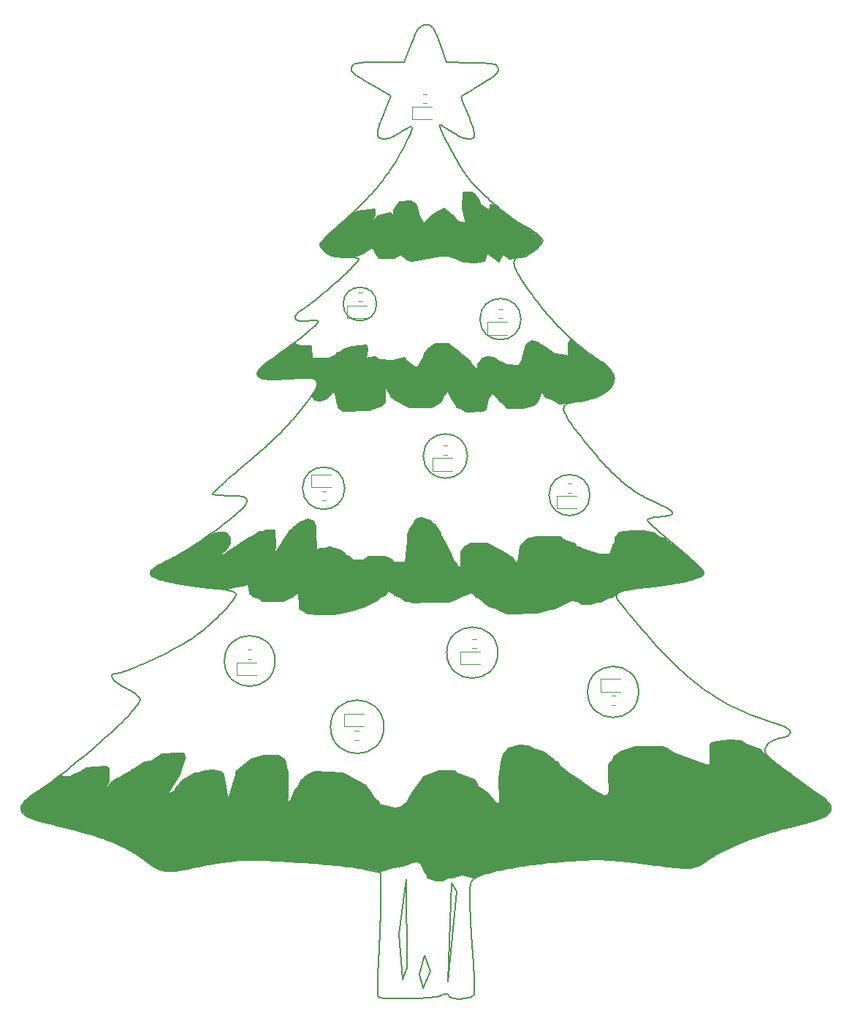
<source format=gbr>
%TF.GenerationSoftware,KiCad,Pcbnew,7.0.9*%
%TF.CreationDate,2023-11-22T22:42:55-07:00*%
%TF.ProjectId,OrnamentSCH,4f726e61-6d65-46e7-9453-43482e6b6963,rev?*%
%TF.SameCoordinates,Original*%
%TF.FileFunction,Legend,Top*%
%TF.FilePolarity,Positive*%
%FSLAX46Y46*%
G04 Gerber Fmt 4.6, Leading zero omitted, Abs format (unit mm)*
G04 Created by KiCad (PCBNEW 7.0.9) date 2023-11-22 22:42:55*
%MOMM*%
%LPD*%
G01*
G04 APERTURE LIST*
%ADD10C,0.177800*%
%ADD11C,0.150000*%
%ADD12C,0.120000*%
G04 APERTURE END LIST*
D10*
X135571180Y-90130890D02*
X135387143Y-90362898D01*
X135255670Y-90502741D01*
X135099911Y-90657008D01*
X134921377Y-90824598D01*
X134721582Y-91004408D01*
X134502037Y-91195338D01*
X134264254Y-91396286D01*
X134009747Y-91606151D01*
X133740028Y-91823830D01*
X133456609Y-92048223D01*
X133161001Y-92278228D01*
X132854719Y-92512743D01*
X132539274Y-92750668D01*
X132216178Y-92990900D01*
X131886943Y-93232338D01*
X131553083Y-93473881D01*
X131216109Y-93714427D01*
X130877534Y-93952875D01*
X130538871Y-94188123D01*
X130201631Y-94419069D01*
X129867326Y-94644613D01*
X129537471Y-94863652D01*
X129213575Y-95075086D01*
X128897153Y-95277812D01*
X128589716Y-95470730D01*
X128292777Y-95652737D01*
X128007848Y-95822733D01*
X127736441Y-95979616D01*
X127480069Y-96122284D01*
X127240245Y-96249635D01*
X127018480Y-96360570D01*
D11*
X181086437Y-111810800D02*
G75*
G03*
X181086437Y-111810800I-2956237J0D01*
G01*
D10*
X147059550Y-61496700D02*
X147307781Y-61498768D01*
X147544503Y-61504767D01*
X147766897Y-61514389D01*
X147972145Y-61527324D01*
X148157427Y-61543264D01*
X148368543Y-61568658D01*
X148565300Y-61606024D01*
X148694190Y-61675440D01*
D11*
X175446388Y-89027000D02*
G75*
G03*
X175446388Y-89027000I-2370788J0D01*
G01*
D10*
X189202990Y-131190810D02*
X189417871Y-131053297D01*
X189639777Y-130916543D01*
X189868593Y-130780590D01*
X190104206Y-130645482D01*
X190346502Y-130511264D01*
X190595370Y-130377978D01*
X190850695Y-130245669D01*
X191112363Y-130114381D01*
X191380263Y-129984157D01*
X191654280Y-129855041D01*
X191934301Y-129727078D01*
X192220213Y-129600310D01*
X192511903Y-129474782D01*
X192809257Y-129350537D01*
X193112163Y-129227620D01*
X193420506Y-129106075D01*
X193734173Y-128985944D01*
X194053052Y-128867272D01*
X194377029Y-128750103D01*
X194705991Y-128634480D01*
X195039824Y-128520447D01*
X195378416Y-128408049D01*
X195721652Y-128297329D01*
X196069420Y-128188331D01*
X196421606Y-128081098D01*
X196778098Y-127975675D01*
X197138781Y-127872105D01*
X197503543Y-127770432D01*
X197872270Y-127670701D01*
X198244849Y-127572954D01*
X198621166Y-127477235D01*
X199001110Y-127383590D01*
X156447630Y-34605710D02*
X156253431Y-34613217D01*
X156030350Y-34655163D01*
X155836229Y-34749020D01*
X155657965Y-34911601D01*
X155526790Y-35088750D01*
X155391636Y-35321107D01*
X155296593Y-35510184D01*
X155195686Y-35729052D01*
X155087278Y-35979811D01*
X154969730Y-36264565D01*
X154841405Y-36585413D01*
X154772690Y-36760030D01*
X123749190Y-131203590D02*
X123943543Y-131349972D01*
X124128196Y-131487374D01*
X124304024Y-131615938D01*
X124471901Y-131735806D01*
X124632701Y-131847121D01*
X124787299Y-131950025D01*
X125081385Y-132131172D01*
X125361154Y-132280386D01*
X125633599Y-132398808D01*
X125905715Y-132487578D01*
X126184498Y-132547836D01*
X126476942Y-132580722D01*
X126790040Y-132587377D01*
X127130789Y-132568941D01*
X127313718Y-132550671D01*
X127506182Y-132526554D01*
X127709056Y-132496735D01*
X127923214Y-132461356D01*
X128149530Y-132420560D01*
X128388879Y-132374488D01*
X128642135Y-132323283D01*
X128910173Y-132267089D01*
X129193866Y-132206047D01*
X129494090Y-132140300D01*
X161362600Y-45071070D02*
X161275971Y-44860463D01*
X161191765Y-44654973D01*
X161110419Y-44455700D01*
X161032368Y-44263741D01*
X160958051Y-44080196D01*
X160887904Y-43906162D01*
X160791457Y-43665349D01*
X160706852Y-43452118D01*
X160635561Y-43270176D01*
X160563767Y-43082667D01*
X160511910Y-42930670D01*
X121685030Y-111374710D02*
X121853231Y-111458213D01*
X122014691Y-111543344D01*
X122243230Y-111673267D01*
X122454002Y-111804737D01*
X122645448Y-111936486D01*
X122816008Y-112067247D01*
X122964123Y-112195753D01*
X123124000Y-112361395D01*
X123237506Y-112517769D01*
X123308550Y-112695630D01*
D11*
X159650230Y-56790670D02*
X160170000Y-57340000D01*
X161297730Y-57641220D01*
X161065749Y-57640870D01*
X162139870Y-59002910D01*
X163576079Y-61020270D01*
X163245280Y-61965960D01*
X162195280Y-62135960D01*
X160770000Y-62030000D01*
X159800000Y-61600000D01*
X159050000Y-61370000D01*
X158110000Y-61310000D01*
X156191770Y-61648749D01*
X156200000Y-58200000D01*
X156310000Y-57510000D01*
X157333050Y-56501070D01*
X158540000Y-55880000D01*
X159650230Y-56790670D01*
G36*
X159650230Y-56790670D02*
G01*
X160170000Y-57340000D01*
X161297730Y-57641220D01*
X161065749Y-57640870D01*
X162139870Y-59002910D01*
X163576079Y-61020270D01*
X163245280Y-61965960D01*
X162195280Y-62135960D01*
X160770000Y-62030000D01*
X159800000Y-61600000D01*
X159050000Y-61370000D01*
X158110000Y-61310000D01*
X156191770Y-61648749D01*
X156200000Y-58200000D01*
X156310000Y-57510000D01*
X157333050Y-56501070D01*
X158540000Y-55880000D01*
X159650230Y-56790670D01*
G37*
X153701320Y-145082880D02*
X154234720Y-143736680D01*
D10*
X164834820Y-39656230D02*
X164787950Y-39474075D01*
X164668342Y-39301951D01*
X164490847Y-39201411D01*
X164292240Y-39143755D01*
X164024812Y-39098504D01*
X163802653Y-39073982D01*
X163541448Y-39053103D01*
X163237813Y-39035120D01*
X162888364Y-39019282D01*
X162695402Y-39011935D01*
X162489717Y-39004843D01*
X162270887Y-38997914D01*
X162038489Y-38991054D01*
X161792100Y-38984170D01*
D11*
X151566243Y-115849400D02*
G75*
G03*
X151566243Y-115849400I-3090043J0D01*
G01*
D10*
X114762810Y-127555400D02*
X115164129Y-127652706D01*
X115555448Y-127750184D01*
X115936987Y-127847923D01*
X116308970Y-127946014D01*
X116671620Y-128044548D01*
X117025159Y-128143615D01*
X117369810Y-128243307D01*
X117705796Y-128343713D01*
X118033340Y-128444925D01*
X118352665Y-128547032D01*
X118663993Y-128650127D01*
X118967547Y-128754298D01*
X119263550Y-128859638D01*
X119552224Y-128966236D01*
X119833793Y-129074184D01*
X120108480Y-129183572D01*
X120376506Y-129294490D01*
X120638095Y-129407030D01*
X120893469Y-129521282D01*
X121142852Y-129637336D01*
X121386466Y-129755284D01*
X121624534Y-129875215D01*
X121857279Y-129997221D01*
X122084923Y-130121392D01*
X122307689Y-130247819D01*
X122525800Y-130376593D01*
X122739479Y-130507804D01*
X122948949Y-130641543D01*
X123154432Y-130777900D01*
X123356151Y-130916967D01*
X123554330Y-131058833D01*
X123749190Y-131203590D01*
D11*
X164769800Y-107264200D02*
G75*
G03*
X164769800Y-107264200I-2956237J0D01*
G01*
D10*
X158197550Y-146974520D02*
X158393985Y-146883084D01*
X158593188Y-146805527D01*
X158774765Y-146766341D01*
X158958230Y-146817773D01*
X159064930Y-146974520D01*
X154423800Y-47615450D02*
X154248319Y-47984356D01*
X154070444Y-48346686D01*
X153889910Y-48702774D01*
X153706453Y-49052950D01*
X153519809Y-49397548D01*
X153329713Y-49736899D01*
X153135902Y-50071335D01*
X152938111Y-50401189D01*
X152736077Y-50726793D01*
X152529534Y-51048479D01*
X152318219Y-51366579D01*
X152101867Y-51681426D01*
X151880215Y-51993351D01*
X151652998Y-52302688D01*
X151419952Y-52609767D01*
X151180813Y-52914922D01*
X150935317Y-53218484D01*
X150683199Y-53520786D01*
X150424195Y-53822160D01*
X150158042Y-54122938D01*
X149884474Y-54423452D01*
X149603229Y-54724035D01*
X149314041Y-55025018D01*
X149016646Y-55326734D01*
X148710780Y-55629515D01*
X148396180Y-55933693D01*
X148072580Y-56239601D01*
X147739718Y-56547571D01*
X147397327Y-56857934D01*
X147045145Y-57171024D01*
X146682907Y-57487171D01*
X146310350Y-57806710D01*
D11*
X173440000Y-71250000D02*
X177330000Y-74120000D01*
X178050000Y-74980000D01*
X178190000Y-75900000D01*
X177420000Y-76990000D01*
X175940000Y-77740000D01*
X174700000Y-78040000D01*
X174160000Y-78130000D01*
X173290000Y-78240000D01*
X172850000Y-78380000D01*
X171820890Y-78451420D01*
X171241610Y-78065180D01*
X170372680Y-77678940D01*
X169793400Y-77099650D01*
X169503760Y-78065080D01*
X169214120Y-78354720D01*
X169021020Y-78644360D01*
X167749550Y-78946890D01*
X166800430Y-78934000D01*
X165834960Y-78934000D01*
X165352220Y-78354720D01*
X164966030Y-78161630D01*
X164772940Y-77775440D01*
X164579850Y-77678840D01*
X164460000Y-77510000D01*
X164320000Y-77340000D01*
X164100000Y-77300000D01*
X163890000Y-77490000D01*
X163720000Y-77790000D01*
X163610000Y-77930000D01*
X163421230Y-79127100D01*
X163035040Y-79320190D01*
X161104090Y-79416790D01*
X160428260Y-78934000D01*
X160042070Y-78837500D01*
X159945570Y-78547850D01*
X159752480Y-78354760D01*
X159366290Y-77678930D01*
X159173200Y-77389290D01*
X158980000Y-76810000D01*
X158786900Y-77196240D01*
X158497250Y-77485880D01*
X158400750Y-77872070D01*
X158111110Y-78258260D01*
X157145630Y-78837550D01*
X154538850Y-78837550D01*
X153573380Y-78354810D01*
X152897550Y-78065170D01*
X152414810Y-77582430D01*
X152318310Y-77292790D01*
X152221710Y-77292790D01*
X151738970Y-76423860D01*
X151738970Y-78258260D01*
X151256240Y-78740950D01*
X149817150Y-79251690D01*
X146815060Y-79320230D01*
X146332320Y-78837500D01*
X146332320Y-78547850D01*
X146235820Y-78547850D01*
X145946120Y-77389290D01*
X145077200Y-76037620D01*
X143900000Y-75820000D01*
X143395890Y-75424890D01*
X140800000Y-75460000D01*
X137596250Y-75557260D01*
X137190000Y-75380000D01*
X136967120Y-74975590D01*
X137167950Y-74451090D01*
X138353810Y-73456330D01*
X139810000Y-72500000D01*
X140690000Y-71920000D01*
X141210000Y-71500000D01*
X141900000Y-71750000D01*
X143146460Y-71789910D01*
X143242960Y-73238120D01*
X145270450Y-73238120D01*
X145463550Y-73045030D01*
X145849740Y-72948430D01*
X146235930Y-72562240D01*
X146429020Y-72562240D01*
X146911760Y-72176050D01*
X147937550Y-71809490D01*
X149615080Y-71693320D01*
X149690150Y-72190490D01*
X149518530Y-73238020D01*
X149918750Y-73104890D01*
X150580550Y-73044930D01*
X151063290Y-73334620D01*
X152608050Y-73431220D01*
X153959710Y-73141570D01*
X154152810Y-73431220D01*
X155214830Y-74203600D01*
X155504470Y-74203600D01*
X156180300Y-73045030D01*
X156294150Y-72571490D01*
X156566490Y-72369200D01*
X156663090Y-72079550D01*
X157049270Y-71886460D01*
X157532010Y-71500270D01*
X159076770Y-71500270D01*
X159656050Y-71983010D01*
X160138790Y-72369160D01*
X160525030Y-72658760D01*
X161587050Y-73527680D01*
X161683550Y-73913870D01*
X162166280Y-74396610D01*
X162466350Y-74400290D01*
X162455920Y-73913870D01*
X162745570Y-73624230D01*
X162938670Y-73238040D01*
X163583950Y-73054090D01*
X164290330Y-73141440D01*
X164955550Y-73562090D01*
X165819150Y-73968490D01*
X167186750Y-74010370D01*
X167520950Y-73536690D01*
X168028950Y-71606290D01*
X168731510Y-71210450D01*
X169407340Y-71307050D01*
X169793530Y-71693240D01*
X170083170Y-71789740D01*
X171338290Y-72658720D01*
X172110670Y-72755220D01*
X172979590Y-72948310D01*
X172979590Y-71403550D01*
X173185150Y-71098290D01*
X173440000Y-71250000D01*
G36*
X173440000Y-71250000D02*
G01*
X177330000Y-74120000D01*
X178050000Y-74980000D01*
X178190000Y-75900000D01*
X177420000Y-76990000D01*
X175940000Y-77740000D01*
X174700000Y-78040000D01*
X174160000Y-78130000D01*
X173290000Y-78240000D01*
X172850000Y-78380000D01*
X171820890Y-78451420D01*
X171241610Y-78065180D01*
X170372680Y-77678940D01*
X169793400Y-77099650D01*
X169503760Y-78065080D01*
X169214120Y-78354720D01*
X169021020Y-78644360D01*
X167749550Y-78946890D01*
X166800430Y-78934000D01*
X165834960Y-78934000D01*
X165352220Y-78354720D01*
X164966030Y-78161630D01*
X164772940Y-77775440D01*
X164579850Y-77678840D01*
X164460000Y-77510000D01*
X164320000Y-77340000D01*
X164100000Y-77300000D01*
X163890000Y-77490000D01*
X163720000Y-77790000D01*
X163610000Y-77930000D01*
X163421230Y-79127100D01*
X163035040Y-79320190D01*
X161104090Y-79416790D01*
X160428260Y-78934000D01*
X160042070Y-78837500D01*
X159945570Y-78547850D01*
X159752480Y-78354760D01*
X159366290Y-77678930D01*
X159173200Y-77389290D01*
X158980000Y-76810000D01*
X158786900Y-77196240D01*
X158497250Y-77485880D01*
X158400750Y-77872070D01*
X158111110Y-78258260D01*
X157145630Y-78837550D01*
X154538850Y-78837550D01*
X153573380Y-78354810D01*
X152897550Y-78065170D01*
X152414810Y-77582430D01*
X152318310Y-77292790D01*
X152221710Y-77292790D01*
X151738970Y-76423860D01*
X151738970Y-78258260D01*
X151256240Y-78740950D01*
X149817150Y-79251690D01*
X146815060Y-79320230D01*
X146332320Y-78837500D01*
X146332320Y-78547850D01*
X146235820Y-78547850D01*
X145946120Y-77389290D01*
X145077200Y-76037620D01*
X143900000Y-75820000D01*
X143395890Y-75424890D01*
X140800000Y-75460000D01*
X137596250Y-75557260D01*
X137190000Y-75380000D01*
X136967120Y-74975590D01*
X137167950Y-74451090D01*
X138353810Y-73456330D01*
X139810000Y-72500000D01*
X140690000Y-71920000D01*
X141210000Y-71500000D01*
X141900000Y-71750000D01*
X143146460Y-71789910D01*
X143242960Y-73238120D01*
X145270450Y-73238120D01*
X145463550Y-73045030D01*
X145849740Y-72948430D01*
X146235930Y-72562240D01*
X146429020Y-72562240D01*
X146911760Y-72176050D01*
X147937550Y-71809490D01*
X149615080Y-71693320D01*
X149690150Y-72190490D01*
X149518530Y-73238020D01*
X149918750Y-73104890D01*
X150580550Y-73044930D01*
X151063290Y-73334620D01*
X152608050Y-73431220D01*
X153959710Y-73141570D01*
X154152810Y-73431220D01*
X155214830Y-74203600D01*
X155504470Y-74203600D01*
X156180300Y-73045030D01*
X156294150Y-72571490D01*
X156566490Y-72369200D01*
X156663090Y-72079550D01*
X157049270Y-71886460D01*
X157532010Y-71500270D01*
X159076770Y-71500270D01*
X159656050Y-71983010D01*
X160138790Y-72369160D01*
X160525030Y-72658760D01*
X161587050Y-73527680D01*
X161683550Y-73913870D01*
X162166280Y-74396610D01*
X162466350Y-74400290D01*
X162455920Y-73913870D01*
X162745570Y-73624230D01*
X162938670Y-73238040D01*
X163583950Y-73054090D01*
X164290330Y-73141440D01*
X164955550Y-73562090D01*
X165819150Y-73968490D01*
X167186750Y-74010370D01*
X167520950Y-73536690D01*
X168028950Y-71606290D01*
X168731510Y-71210450D01*
X169407340Y-71307050D01*
X169793530Y-71693240D01*
X170083170Y-71789740D01*
X171338290Y-72658720D01*
X172110670Y-72755220D01*
X172979590Y-72948310D01*
X172979590Y-71403550D01*
X173185150Y-71098290D01*
X173440000Y-71250000D01*
G37*
D10*
X181974970Y-99713950D02*
X182321320Y-99676734D01*
X182661383Y-99638154D01*
X182994899Y-99598272D01*
X183321609Y-99557148D01*
X183641253Y-99514843D01*
X183953572Y-99471419D01*
X184258307Y-99426936D01*
X184555197Y-99381455D01*
X184843983Y-99335038D01*
X185124406Y-99287746D01*
X185396206Y-99239639D01*
X185659124Y-99190778D01*
X185912899Y-99141224D01*
X186157274Y-99091040D01*
X186391988Y-99040284D01*
X186616781Y-98989020D01*
X186831394Y-98937306D01*
X187035568Y-98885205D01*
X187229043Y-98832778D01*
X187411559Y-98780086D01*
X187582857Y-98727189D01*
X187890762Y-98621025D01*
X188150681Y-98514776D01*
X188360537Y-98408930D01*
X188518254Y-98303975D01*
X188652530Y-98149280D01*
X150845920Y-47430880D02*
X150978350Y-47622145D01*
X151165464Y-47749662D01*
X151339376Y-47803684D01*
X151540267Y-47822206D01*
X151766516Y-47805381D01*
X152016504Y-47753361D01*
X152195550Y-47699205D01*
X152383946Y-47629521D01*
X152581213Y-47544354D01*
X152786869Y-47443749D01*
X153000434Y-47327753D01*
X153221430Y-47196410D01*
X131927970Y-99839300D02*
X132195533Y-99863352D01*
X132449838Y-99889380D01*
X132690518Y-99917300D01*
X132917210Y-99947027D01*
X133129546Y-99978475D01*
X133327163Y-100011561D01*
X133509693Y-100046200D01*
X133754403Y-100100885D01*
X133963114Y-100158587D01*
X134134593Y-100219021D01*
X134303182Y-100303356D01*
X134413300Y-100413860D01*
X123308550Y-112695630D02*
X123253310Y-112940122D01*
X123163284Y-113108487D01*
X123034244Y-113305277D01*
X122868133Y-113528754D01*
X122666896Y-113777178D01*
X122432475Y-114048808D01*
X122166814Y-114341906D01*
X121871855Y-114654731D01*
X121549542Y-114985544D01*
X121201819Y-115332605D01*
X120830628Y-115694174D01*
X120437914Y-116068512D01*
X120025618Y-116453879D01*
X119595685Y-116848535D01*
X119150057Y-117250741D01*
X118690678Y-117658756D01*
X118219492Y-118070842D01*
X117738441Y-118485258D01*
X117249468Y-118900265D01*
X116754518Y-119314123D01*
X116255533Y-119725092D01*
X115754456Y-120131432D01*
X115253232Y-120531405D01*
X114753802Y-120923270D01*
X114258111Y-121305287D01*
X113768101Y-121675717D01*
X113285716Y-122032820D01*
X112812899Y-122374857D01*
X112351593Y-122700087D01*
X111903742Y-123006771D01*
X111471290Y-123293170D01*
X183528990Y-91537710D02*
X183736611Y-91523868D01*
X183929190Y-91508400D01*
X184106619Y-91491136D01*
X184415582Y-91450545D01*
X184662624Y-91400745D01*
X184846867Y-91340387D01*
X185003563Y-91227098D01*
X184984505Y-91026491D01*
X184795382Y-90832962D01*
X184584403Y-90680900D01*
X184304483Y-90508829D01*
X184138396Y-90414868D01*
X183954745Y-90315399D01*
X183753419Y-90210252D01*
X183534310Y-90099260D01*
X183297308Y-89982252D01*
X183042302Y-89859061D01*
X182769183Y-89729518D01*
X182477843Y-89593454D01*
X182168170Y-89450700D01*
D11*
X153320320Y-139825080D02*
X153701320Y-145082880D01*
D10*
X185480540Y-94989740D02*
X185308299Y-94848079D01*
X185138238Y-94707426D01*
X184970572Y-94567976D01*
X184805516Y-94429926D01*
X184643287Y-94293472D01*
X184484100Y-94158809D01*
X184328171Y-94026135D01*
X184175716Y-93895644D01*
X184026949Y-93767533D01*
X183882087Y-93641998D01*
X183741345Y-93519236D01*
X183604940Y-93399442D01*
X183345999Y-93169542D01*
X183106991Y-92953870D01*
X182889640Y-92753992D01*
X182695671Y-92571477D01*
X182526810Y-92407896D01*
X182384783Y-92264815D01*
X182225828Y-92092066D01*
X182119510Y-91928880D01*
X167516130Y-57711500D02*
X167247811Y-57568475D01*
X167093122Y-57474325D01*
X166926070Y-57366245D01*
X166747649Y-57245108D01*
X166558852Y-57111784D01*
X166360673Y-56967146D01*
X166154105Y-56812064D01*
X165940141Y-56647411D01*
X165719775Y-56474059D01*
X165494000Y-56292879D01*
X165263810Y-56104742D01*
X165030197Y-55910520D01*
X164794156Y-55711086D01*
X164556679Y-55507310D01*
X164318760Y-55300065D01*
X164081392Y-55090221D01*
X163845568Y-54878651D01*
X163612283Y-54666226D01*
X163382529Y-54453818D01*
X163157300Y-54242299D01*
X162937589Y-54032540D01*
X162724389Y-53825413D01*
X162518694Y-53621790D01*
X162321497Y-53422542D01*
X162133792Y-53228540D01*
X161956571Y-53040657D01*
X161790829Y-52859765D01*
X161637558Y-52686734D01*
X161497753Y-52522437D01*
X161372405Y-52367745D01*
X161262510Y-52223530D01*
X120393710Y-109705570D02*
X120177932Y-109729276D01*
X120018945Y-109829902D01*
X120011409Y-110046328D01*
X120100505Y-110213713D01*
X120254069Y-110401809D01*
X120389941Y-110535710D01*
X120550984Y-110674309D01*
X120735805Y-110815805D01*
X120943013Y-110958396D01*
X121171215Y-111100278D01*
X121419018Y-111239650D01*
X121685030Y-111374710D01*
X196182190Y-115208620D02*
X195681154Y-115048866D01*
X195187483Y-114881665D01*
X194700794Y-114706746D01*
X194220705Y-114523837D01*
X193746835Y-114332665D01*
X193278800Y-114132959D01*
X192816220Y-113924447D01*
X192358711Y-113706858D01*
X191905893Y-113479918D01*
X191457382Y-113243357D01*
X191012797Y-112996902D01*
X190571756Y-112740282D01*
X190133878Y-112473225D01*
X189698779Y-112195459D01*
X189266077Y-111906712D01*
X188835392Y-111606712D01*
X188406340Y-111295188D01*
X187978540Y-110971867D01*
X187551610Y-110636477D01*
X187125168Y-110288748D01*
X186698831Y-109928406D01*
X186272218Y-109555180D01*
X185844946Y-109168799D01*
X185416634Y-108768990D01*
X184986900Y-108355482D01*
X184555361Y-107928002D01*
X184121635Y-107486279D01*
X183685341Y-107030040D01*
X183246097Y-106559015D01*
X182803520Y-106072931D01*
X182357228Y-105571517D01*
X181906840Y-105054500D01*
X197668110Y-117127330D02*
X197844193Y-117093809D01*
X198052752Y-117039661D01*
X198231090Y-116974885D01*
X198411093Y-116879260D01*
X198563433Y-116743509D01*
X198645438Y-116585457D01*
X198660570Y-116468020D01*
X150936180Y-147128900D02*
X151194005Y-147213532D01*
X151505083Y-147256640D01*
X151696342Y-147274327D01*
X151908730Y-147289495D01*
X152140235Y-147302184D01*
X152388842Y-147312439D01*
X152652540Y-147320301D01*
X152929315Y-147325814D01*
X153217155Y-147329020D01*
X153514046Y-147329963D01*
X153817976Y-147328683D01*
X154126931Y-147325226D01*
X154438900Y-147319632D01*
X154751867Y-147311945D01*
X155063822Y-147302208D01*
X155372750Y-147290463D01*
X155676640Y-147276753D01*
X155973477Y-147261121D01*
X156261249Y-147243609D01*
X156537944Y-147224261D01*
X156801547Y-147203119D01*
X157050047Y-147180225D01*
X157281429Y-147155622D01*
X157493683Y-147129354D01*
X157684793Y-147101463D01*
X157995534Y-147040981D01*
X158197550Y-146974520D01*
X162004770Y-146831750D02*
X162035982Y-146647967D01*
X162049507Y-146409027D01*
X162053949Y-146206076D01*
X162054814Y-145970990D01*
X162052173Y-145706163D01*
X162046097Y-145413987D01*
X162036657Y-145096855D01*
X162023924Y-144757160D01*
X162007968Y-144397295D01*
X161998804Y-144210546D01*
X161988861Y-144019653D01*
X161978148Y-143824913D01*
X161966673Y-143626626D01*
X161954446Y-143425091D01*
X161941476Y-143220608D01*
X161927770Y-143013475D01*
X161913339Y-142803992D01*
X161898191Y-142592457D01*
X161882335Y-142379170D01*
X161865780Y-142164430D01*
X154772690Y-36760030D02*
X153927570Y-38914360D01*
X180603020Y-131557620D02*
X181261504Y-131639835D01*
X181875479Y-131716828D01*
X182446882Y-131788517D01*
X182977650Y-131854818D01*
X183469717Y-131915650D01*
X183925022Y-131970932D01*
X184345500Y-132020580D01*
X184733087Y-132064513D01*
X185089722Y-132102648D01*
X185417339Y-132134904D01*
X185717875Y-132161198D01*
X185993267Y-132181448D01*
X186245452Y-132195573D01*
X186476365Y-132203489D01*
X186687943Y-132205115D01*
X186882123Y-132200370D01*
X187060841Y-132189169D01*
X187379638Y-132147077D01*
X187659825Y-132078183D01*
X187916893Y-131981829D01*
X188166336Y-131857358D01*
X188423644Y-131704114D01*
X188704309Y-131521440D01*
X188858241Y-131418861D01*
X189023823Y-131308678D01*
X189202990Y-131190810D01*
X133473660Y-89088550D02*
X133657335Y-89089853D01*
X133999919Y-89097568D01*
X134309919Y-89112311D01*
X134587859Y-89134341D01*
X134834266Y-89163920D01*
X135049663Y-89201308D01*
X135234575Y-89246766D01*
X135455933Y-89330652D01*
X135611654Y-89434160D01*
X135720240Y-89604214D01*
X135719486Y-89812799D01*
X135649691Y-89995777D01*
X135571180Y-90130890D01*
X142140320Y-67523250D02*
X141900766Y-67676158D01*
X141701763Y-67826634D01*
X141542612Y-67973226D01*
X141422614Y-68114478D01*
X141314503Y-68313166D01*
X141290560Y-68491663D01*
X141385494Y-68689773D01*
X141548783Y-68802080D01*
X141788387Y-68877842D01*
X141989357Y-68905625D01*
X142222499Y-68913531D01*
X142487116Y-68900107D01*
X142782510Y-68863900D01*
X153927570Y-38914360D02*
X151009950Y-38920360D01*
X175156990Y-83211740D02*
X174849737Y-82829744D01*
X174561362Y-82468242D01*
X174291730Y-82126638D01*
X174040706Y-81804339D01*
X173808155Y-81500753D01*
X173593940Y-81215284D01*
X173397926Y-80947340D01*
X173219979Y-80696326D01*
X173059963Y-80461650D01*
X172917742Y-80242717D01*
X172793182Y-80038934D01*
X172686146Y-79849707D01*
X172596499Y-79674443D01*
X172468833Y-79363429D01*
X172409101Y-79101141D01*
X172416219Y-78882831D01*
X172489105Y-78703750D01*
X172626676Y-78559149D01*
X172827849Y-78444279D01*
X173091542Y-78354391D01*
X173416671Y-78284735D01*
X173601936Y-78256010D01*
X173802154Y-78230563D01*
X174017190Y-78207800D01*
X152355480Y-42844810D02*
X151504790Y-44931810D01*
X162724790Y-41551720D02*
X162880196Y-41459740D01*
X163170347Y-41285116D01*
X163433720Y-41122248D01*
X163671237Y-40970311D01*
X163883820Y-40828478D01*
X164072393Y-40695922D01*
X164237876Y-40571816D01*
X164381194Y-40455334D01*
X164556628Y-40293097D01*
X164687379Y-40143364D01*
X164797586Y-39958347D01*
X164841271Y-39783986D01*
X164834820Y-39656230D01*
X161792100Y-38984170D02*
X158850860Y-38904070D01*
X161865780Y-142164430D02*
X161848973Y-141947508D01*
X161832366Y-141727766D01*
X161815980Y-141505608D01*
X161799837Y-141281440D01*
X161783957Y-141055667D01*
X161768361Y-140828696D01*
X161753071Y-140600931D01*
X161738108Y-140372777D01*
X161723493Y-140144641D01*
X161709248Y-139916928D01*
X161695393Y-139690044D01*
X161681949Y-139464393D01*
X161668939Y-139240381D01*
X161656383Y-139018414D01*
X161644302Y-138798898D01*
X161632717Y-138582237D01*
X161621650Y-138368838D01*
X161611122Y-138159105D01*
X161601154Y-137953444D01*
X161591768Y-137752262D01*
X161582983Y-137555962D01*
X161574823Y-137364951D01*
X161567307Y-137179635D01*
X161560457Y-137000418D01*
X161548841Y-136661905D01*
X161540143Y-136352657D01*
X161534532Y-136075917D01*
X161532180Y-135834930D01*
D11*
X156952520Y-144117680D02*
X156241320Y-142263480D01*
D10*
X141473130Y-79749260D02*
X141355214Y-79891971D01*
X141230514Y-80039283D01*
X141099260Y-80190977D01*
X140961682Y-80346830D01*
X140818010Y-80506623D01*
X140668473Y-80670135D01*
X140513302Y-80837146D01*
X140352727Y-81007434D01*
X140186976Y-81180779D01*
X140016281Y-81356961D01*
X139840871Y-81535759D01*
X139660976Y-81716953D01*
X139476826Y-81900321D01*
X139288650Y-82085644D01*
X139096679Y-82272701D01*
X138901143Y-82461271D01*
X138702272Y-82651133D01*
X138500294Y-82842068D01*
X138295441Y-83033854D01*
X138087942Y-83226270D01*
X137878027Y-83419097D01*
X137665926Y-83612114D01*
X137451869Y-83805100D01*
X137236086Y-83997835D01*
X137018806Y-84190097D01*
X136800259Y-84381667D01*
X136580677Y-84572324D01*
X136360287Y-84761847D01*
X136139321Y-84950015D01*
X135918007Y-85136609D01*
X135696577Y-85321407D01*
X135475260Y-85504190D01*
D11*
X138953622Y-108227480D02*
G75*
G03*
X138953622Y-108227480I-2930702J0D01*
G01*
D10*
X188652530Y-98149280D02*
X188617297Y-97964693D01*
X188509792Y-97794484D01*
X188339065Y-97581232D01*
X188190752Y-97415777D01*
X188015282Y-97232131D01*
X187813032Y-97030669D01*
X187584377Y-96811767D01*
X187329696Y-96575800D01*
X187192713Y-96451535D01*
X187049364Y-96323144D01*
X186899697Y-96190676D01*
X186743758Y-96054175D01*
X186581595Y-95913691D01*
X186413254Y-95769269D01*
X186238783Y-95620956D01*
X186058229Y-95468800D01*
X185871639Y-95312847D01*
X185679060Y-95153145D01*
X185480540Y-94989740D01*
X178057930Y-76312320D02*
X178149227Y-76122425D01*
X178212788Y-75933080D01*
X178248324Y-75743822D01*
X178255550Y-75554188D01*
X178234181Y-75363716D01*
X178183928Y-75171942D01*
X178104508Y-74978404D01*
X177995632Y-74782640D01*
X177857015Y-74584185D01*
X177688371Y-74382578D01*
X177489414Y-74177356D01*
X177259857Y-73968056D01*
X176999415Y-73754215D01*
X176857522Y-73645447D01*
X176707800Y-73535370D01*
X176550214Y-73423927D01*
X176384727Y-73311059D01*
X176211304Y-73196710D01*
X176029910Y-73080820D01*
D11*
X154183920Y-133525880D02*
X153320320Y-139825080D01*
D10*
X176029910Y-73080820D02*
X175820698Y-72946723D01*
X175610381Y-72807111D01*
X175399039Y-72662064D01*
X175186752Y-72511659D01*
X174973599Y-72355974D01*
X174759662Y-72195088D01*
X174545020Y-72029079D01*
X174329753Y-71858024D01*
X174113942Y-71682003D01*
X173897666Y-71501093D01*
X173681005Y-71315373D01*
X173464040Y-71124921D01*
X173246850Y-70929815D01*
X173029517Y-70730133D01*
X172812119Y-70525953D01*
X172594737Y-70317355D01*
X172377451Y-70104415D01*
X172160341Y-69887212D01*
X171943488Y-69665824D01*
X171726971Y-69440331D01*
X171510870Y-69210809D01*
X171295266Y-68977336D01*
X171080238Y-68739992D01*
X170865867Y-68498855D01*
X170652233Y-68254002D01*
X170439415Y-68005512D01*
X170227495Y-67753463D01*
X170016551Y-67497933D01*
X169806665Y-67239000D01*
X169597916Y-66976743D01*
X169390384Y-66711240D01*
X169184150Y-66442570D01*
X172668880Y-131398580D02*
X172995852Y-131375443D01*
X173310057Y-131353969D01*
X173612263Y-131334171D01*
X173903236Y-131316066D01*
X174183742Y-131299669D01*
X174454549Y-131284994D01*
X174716424Y-131272057D01*
X174970132Y-131260873D01*
X175216441Y-131251456D01*
X175456118Y-131243823D01*
X175689929Y-131237988D01*
X175918642Y-131233966D01*
X176143023Y-131231773D01*
X176363838Y-131231423D01*
X176581855Y-131232932D01*
X176797841Y-131236315D01*
X177012562Y-131241586D01*
X177226784Y-131248762D01*
X177441276Y-131257857D01*
X177656803Y-131268886D01*
X177874133Y-131281865D01*
X178094032Y-131296808D01*
X178317266Y-131313731D01*
X178544604Y-131332649D01*
X178776811Y-131353577D01*
X179014655Y-131376529D01*
X179258901Y-131401522D01*
X179510318Y-131428571D01*
X179769671Y-131457689D01*
X180037728Y-131488894D01*
X180315255Y-131522199D01*
X180603020Y-131557620D01*
D11*
X162132539Y-54265800D02*
X162615329Y-54941630D01*
X162711829Y-55327820D01*
X169410000Y-60210000D01*
X168740000Y-60880000D01*
X167380000Y-61480000D01*
X166140000Y-61650000D01*
X165630000Y-61230000D01*
X165340000Y-61210000D01*
X164890000Y-62060000D01*
X163580799Y-61024310D01*
X162615329Y-59962340D01*
X161070469Y-57644910D01*
X160684279Y-55810510D01*
X160780879Y-53976110D01*
X161746349Y-53976110D01*
X162132539Y-54265800D01*
G36*
X162132539Y-54265800D02*
G01*
X162615329Y-54941630D01*
X162711829Y-55327820D01*
X169410000Y-60210000D01*
X168740000Y-60880000D01*
X167380000Y-61480000D01*
X166140000Y-61650000D01*
X165630000Y-61230000D01*
X165340000Y-61210000D01*
X164890000Y-62060000D01*
X163580799Y-61024310D01*
X162615329Y-59962340D01*
X161070469Y-57644910D01*
X160684279Y-55810510D01*
X160780879Y-53976110D01*
X161746349Y-53976110D01*
X162132539Y-54265800D01*
G37*
D10*
X202800000Y-126192680D02*
X202953205Y-126075068D01*
X203137040Y-125891635D01*
X203265824Y-125700333D01*
X203339689Y-125501778D01*
X203358768Y-125296586D01*
X203323195Y-125085375D01*
X203233100Y-124868760D01*
X203088618Y-124647358D01*
X202962147Y-124497403D01*
X202811601Y-124345776D01*
X202637020Y-124192662D01*
X202438444Y-124038242D01*
X202330170Y-123960600D01*
X182168170Y-89450700D02*
X181963951Y-89354379D01*
X181759854Y-89252654D01*
X181555771Y-89145429D01*
X181351592Y-89032609D01*
X181147211Y-88914096D01*
X180942518Y-88789795D01*
X180737406Y-88659609D01*
X180531767Y-88523444D01*
X180325492Y-88381202D01*
X180118473Y-88232788D01*
X179910602Y-88078106D01*
X179701772Y-87917059D01*
X179491872Y-87749553D01*
X179280797Y-87575489D01*
X179068437Y-87394774D01*
X178854685Y-87207310D01*
X178639431Y-87013001D01*
X178422569Y-86811752D01*
X178203989Y-86603466D01*
X177983584Y-86388048D01*
X177761246Y-86165402D01*
X177536866Y-85935430D01*
X177310337Y-85698039D01*
X177081550Y-85453130D01*
X176850396Y-85200609D01*
X176616769Y-84940379D01*
X176380559Y-84672344D01*
X176141658Y-84396409D01*
X175899959Y-84112477D01*
X175655354Y-83820452D01*
X175407733Y-83520238D01*
X175156990Y-83211740D01*
X127018480Y-96360570D02*
X126785792Y-96473181D01*
X126566022Y-96580393D01*
X126358914Y-96682434D01*
X126164213Y-96779530D01*
X125981665Y-96871909D01*
X125811016Y-96959797D01*
X125652011Y-97043422D01*
X125367915Y-97198790D01*
X125127340Y-97339829D01*
X124928250Y-97468358D01*
X124768608Y-97586192D01*
X124598658Y-97746867D01*
X124491123Y-97940626D01*
X124504728Y-98124313D01*
X124623184Y-98312460D01*
X124716640Y-98412750D01*
X195781870Y-118867270D02*
X195732599Y-118661070D01*
X195740131Y-118454529D01*
X195800996Y-118250851D01*
X195911726Y-118053238D01*
X196068852Y-117864894D01*
X196268902Y-117689022D01*
X196424404Y-117580286D01*
X196596414Y-117479465D01*
X196783904Y-117387511D01*
X196985847Y-117305370D01*
X197201214Y-117233994D01*
X197428977Y-117174331D01*
X197668110Y-117127330D01*
D11*
X158959120Y-145362280D02*
X160000520Y-134897480D01*
X154234720Y-143736680D02*
X154183920Y-133525880D01*
X150731771Y-66903600D02*
G75*
G03*
X150731771Y-66903600I-1938571J0D01*
G01*
X155682520Y-144524080D02*
X156114320Y-146073480D01*
D10*
X143968190Y-68945100D02*
X143811911Y-69170484D01*
X143627476Y-69357430D01*
X143381878Y-69586120D01*
X143238416Y-69714301D01*
X143082392Y-69850736D01*
X142914715Y-69994698D01*
X142736294Y-70145459D01*
X142548040Y-70302292D01*
X142350860Y-70464471D01*
X142145665Y-70631266D01*
X141933365Y-70801952D01*
X141714867Y-70975801D01*
X141491083Y-71152085D01*
X141262922Y-71330077D01*
X141031292Y-71509050D01*
X140797104Y-71688277D01*
X140561266Y-71867030D01*
X140324689Y-72044582D01*
X140088281Y-72220205D01*
X139852952Y-72393173D01*
X139619612Y-72562757D01*
X139389170Y-72728231D01*
X139162536Y-72888868D01*
X138940618Y-73043939D01*
X138724326Y-73192718D01*
X138514570Y-73334477D01*
X138312260Y-73468490D01*
X134413300Y-100413860D02*
X134410339Y-100610886D01*
X134335032Y-100797135D01*
X134205731Y-101022381D01*
X134026445Y-101282408D01*
X133801179Y-101572998D01*
X133672556Y-101728436D01*
X133533941Y-101889933D01*
X133385834Y-102056963D01*
X133228737Y-102228997D01*
X133063150Y-102405510D01*
X132889574Y-102585972D01*
X132708509Y-102769859D01*
X132520458Y-102956641D01*
X132325921Y-103145793D01*
X132125397Y-103336787D01*
X131919390Y-103529096D01*
X131708398Y-103722192D01*
X131492923Y-103915549D01*
X131273466Y-104108639D01*
X131050528Y-104300935D01*
X130824610Y-104491910D01*
X130596212Y-104681037D01*
X130365835Y-104867788D01*
X130133980Y-105051638D01*
X129901148Y-105232057D01*
X129667840Y-105408520D01*
X131725030Y-88917920D02*
X131925277Y-88982847D01*
X132102552Y-89011490D01*
X132321702Y-89036655D01*
X132509232Y-89052824D01*
X132713259Y-89066350D01*
X132930758Y-89076936D01*
X133158706Y-89084287D01*
X133394076Y-89088110D01*
X133473660Y-89088550D01*
X135475260Y-85504190D02*
X135272908Y-85670857D01*
X135073651Y-85835843D01*
X134877728Y-85998928D01*
X134685378Y-86159894D01*
X134496843Y-86318521D01*
X134312362Y-86474591D01*
X134132174Y-86627885D01*
X133956520Y-86778184D01*
X133785641Y-86925269D01*
X133619775Y-87068922D01*
X133459163Y-87208923D01*
X133304046Y-87345054D01*
X133154662Y-87477096D01*
X133011252Y-87604830D01*
X132874056Y-87728038D01*
X132619267Y-87959997D01*
X132392213Y-88171223D01*
X132194815Y-88359966D01*
X132028993Y-88524474D01*
X131896668Y-88662997D01*
X131765184Y-88818230D01*
X131725030Y-88917920D01*
D11*
X156037237Y-91640670D02*
X156616517Y-91930310D01*
X157002707Y-92026810D01*
X157195807Y-92316450D01*
X157485447Y-92412950D01*
X158161277Y-93474970D01*
X158161277Y-93668060D01*
X158354367Y-93861160D01*
X159416387Y-95985200D01*
X159416387Y-96178290D01*
X159609487Y-96371390D01*
X159706087Y-96757580D01*
X159899177Y-96854080D01*
X160092277Y-97240270D01*
X160381917Y-97433370D01*
X160478517Y-97626460D01*
X160478517Y-95598970D01*
X160671607Y-95405870D01*
X160875507Y-95063400D01*
X161347437Y-94826590D01*
X161540537Y-94633500D01*
X163568027Y-94633500D01*
X165788617Y-95792060D01*
X166078257Y-96081710D01*
X166464447Y-96274800D01*
X166844507Y-96816000D01*
X167140277Y-96854080D01*
X167333367Y-94923140D01*
X168298847Y-94054210D01*
X168588487Y-94054210D01*
X169264317Y-93861120D01*
X172064187Y-93861120D01*
X172330907Y-94174400D01*
X173802037Y-94730040D01*
X173804107Y-95088800D01*
X174188227Y-95019640D01*
X174670967Y-95309330D01*
X176022627Y-95695520D01*
X176505367Y-95888610D01*
X177760477Y-95888610D01*
X178050127Y-95116230D01*
X178146627Y-95019730D01*
X178146627Y-94730080D01*
X178339727Y-94633580D01*
X178339727Y-94343930D01*
X178401507Y-93920400D01*
X178725917Y-93571560D01*
X178822417Y-93378460D01*
X180367177Y-93185370D01*
X181718837Y-93185370D01*
X182973957Y-93475010D01*
X183553237Y-93957740D01*
X184229067Y-94054240D01*
X184325667Y-94247340D01*
X185630000Y-95320000D01*
X186700000Y-96120000D01*
X187590000Y-96960000D01*
X188187617Y-97530010D01*
X188551037Y-98099230D01*
X188380717Y-98398930D01*
X186256677Y-99074760D01*
X183553347Y-99460950D01*
X181873477Y-99663900D01*
X180484307Y-99838600D01*
X179305267Y-99943740D01*
X178436347Y-100523020D01*
X177953607Y-100909210D01*
X177663967Y-100909210D01*
X176698487Y-101391950D01*
X176312297Y-101391950D01*
X175539927Y-101681590D01*
X174477907Y-101681590D01*
X174381307Y-101585090D01*
X173995117Y-101295450D01*
X173319287Y-101198950D01*
X171467307Y-102150000D01*
X170809057Y-102260970D01*
X169359107Y-102708800D01*
X165885187Y-102743760D01*
X165016267Y-102454120D01*
X164630077Y-102164480D01*
X163761147Y-101874830D01*
X162602587Y-101005910D01*
X162216397Y-100812810D01*
X162119797Y-100619720D01*
X161733607Y-100330120D01*
X161154327Y-100523210D01*
X160575037Y-100716310D01*
X160381947Y-100909400D01*
X159609567Y-101199040D01*
X159126827Y-101392140D01*
X157624307Y-101438800D01*
X156423507Y-101392140D01*
X155033507Y-101464200D01*
X154396007Y-101295540D01*
X154106367Y-101295540D01*
X153430537Y-100812800D01*
X152851257Y-100619710D01*
X152754657Y-100426610D01*
X152078827Y-100136970D01*
X151885727Y-100426610D01*
X151692637Y-100619810D01*
X151209897Y-100812900D01*
X150740907Y-101210200D01*
X150105907Y-101591200D01*
X149278957Y-101971520D01*
X148796217Y-102068020D01*
X148124707Y-102327800D01*
X146753107Y-102683400D01*
X145803247Y-102840400D01*
X144355037Y-102840400D01*
X144086107Y-102861200D01*
X142713737Y-102743900D01*
X141844807Y-102164620D01*
X141723907Y-100092600D01*
X141458657Y-100426760D01*
X141072467Y-100716410D01*
X141072467Y-100812910D01*
X140782827Y-100909510D01*
X139913907Y-101295700D01*
X137500217Y-101295700D01*
X137114037Y-101006060D01*
X136438197Y-100812960D01*
X136245107Y-100523320D01*
X136052007Y-100426720D01*
X135955507Y-99750890D01*
X135762407Y-99364700D01*
X135183127Y-99557800D01*
X134507247Y-99654300D01*
X133445227Y-99847400D01*
X129197097Y-99461160D01*
X125130000Y-98580000D01*
X124570000Y-98070000D01*
X124950000Y-97610000D01*
X130042527Y-94620400D01*
X131031447Y-93944210D01*
X131640000Y-93580000D01*
X131750000Y-93530000D01*
X132479657Y-93378380D01*
X133058947Y-93378380D01*
X133348587Y-93474980D01*
X133541677Y-93571480D01*
X133748307Y-94022000D01*
X133734777Y-94633500D01*
X133348587Y-95309330D01*
X132672757Y-95888610D01*
X132672757Y-95985110D01*
X132962397Y-95985070D01*
X133734777Y-95405780D01*
X134120967Y-95212690D01*
X134120967Y-95116190D01*
X134507157Y-94923100D01*
X134989887Y-94536910D01*
X135086487Y-94536910D01*
X135955417Y-93957570D01*
X136341607Y-93861070D01*
X137113987Y-93281780D01*
X137596717Y-93281780D01*
X137886357Y-93088690D01*
X138948377Y-93088690D01*
X139044877Y-94923090D01*
X138851787Y-95792010D01*
X139141427Y-95502370D01*
X140686187Y-93088690D01*
X141072367Y-92895590D01*
X141072367Y-92799090D01*
X141362017Y-92605990D01*
X141748207Y-92219800D01*
X142713677Y-91833610D01*
X143486057Y-92123310D01*
X143486057Y-92316400D01*
X143679147Y-92606040D01*
X143679147Y-92992230D01*
X143775747Y-95599010D01*
X144065387Y-95212820D01*
X144644677Y-95212820D01*
X145254507Y-95063400D01*
X146672127Y-95502560D01*
X146672127Y-95599060D01*
X146961767Y-95695660D01*
X147154867Y-95985300D01*
X147541107Y-96178390D01*
X148023837Y-96564580D01*
X149278957Y-96564580D01*
X149761687Y-96178390D01*
X151692637Y-96178390D01*
X152465017Y-96468040D01*
X152754657Y-96854220D01*
X154106317Y-96854220D01*
X154299417Y-94343990D01*
X154299417Y-93475070D01*
X154395917Y-93475070D01*
X154589017Y-92895780D01*
X155071757Y-92219950D01*
X155168257Y-91930310D01*
X155770107Y-91634400D01*
X156037237Y-91640670D01*
G36*
X156037237Y-91640670D02*
G01*
X156616517Y-91930310D01*
X157002707Y-92026810D01*
X157195807Y-92316450D01*
X157485447Y-92412950D01*
X158161277Y-93474970D01*
X158161277Y-93668060D01*
X158354367Y-93861160D01*
X159416387Y-95985200D01*
X159416387Y-96178290D01*
X159609487Y-96371390D01*
X159706087Y-96757580D01*
X159899177Y-96854080D01*
X160092277Y-97240270D01*
X160381917Y-97433370D01*
X160478517Y-97626460D01*
X160478517Y-95598970D01*
X160671607Y-95405870D01*
X160875507Y-95063400D01*
X161347437Y-94826590D01*
X161540537Y-94633500D01*
X163568027Y-94633500D01*
X165788617Y-95792060D01*
X166078257Y-96081710D01*
X166464447Y-96274800D01*
X166844507Y-96816000D01*
X167140277Y-96854080D01*
X167333367Y-94923140D01*
X168298847Y-94054210D01*
X168588487Y-94054210D01*
X169264317Y-93861120D01*
X172064187Y-93861120D01*
X172330907Y-94174400D01*
X173802037Y-94730040D01*
X173804107Y-95088800D01*
X174188227Y-95019640D01*
X174670967Y-95309330D01*
X176022627Y-95695520D01*
X176505367Y-95888610D01*
X177760477Y-95888610D01*
X178050127Y-95116230D01*
X178146627Y-95019730D01*
X178146627Y-94730080D01*
X178339727Y-94633580D01*
X178339727Y-94343930D01*
X178401507Y-93920400D01*
X178725917Y-93571560D01*
X178822417Y-93378460D01*
X180367177Y-93185370D01*
X181718837Y-93185370D01*
X182973957Y-93475010D01*
X183553237Y-93957740D01*
X184229067Y-94054240D01*
X184325667Y-94247340D01*
X185630000Y-95320000D01*
X186700000Y-96120000D01*
X187590000Y-96960000D01*
X188187617Y-97530010D01*
X188551037Y-98099230D01*
X188380717Y-98398930D01*
X186256677Y-99074760D01*
X183553347Y-99460950D01*
X181873477Y-99663900D01*
X180484307Y-99838600D01*
X179305267Y-99943740D01*
X178436347Y-100523020D01*
X177953607Y-100909210D01*
X177663967Y-100909210D01*
X176698487Y-101391950D01*
X176312297Y-101391950D01*
X175539927Y-101681590D01*
X174477907Y-101681590D01*
X174381307Y-101585090D01*
X173995117Y-101295450D01*
X173319287Y-101198950D01*
X171467307Y-102150000D01*
X170809057Y-102260970D01*
X169359107Y-102708800D01*
X165885187Y-102743760D01*
X165016267Y-102454120D01*
X164630077Y-102164480D01*
X163761147Y-101874830D01*
X162602587Y-101005910D01*
X162216397Y-100812810D01*
X162119797Y-100619720D01*
X161733607Y-100330120D01*
X161154327Y-100523210D01*
X160575037Y-100716310D01*
X160381947Y-100909400D01*
X159609567Y-101199040D01*
X159126827Y-101392140D01*
X157624307Y-101438800D01*
X156423507Y-101392140D01*
X155033507Y-101464200D01*
X154396007Y-101295540D01*
X154106367Y-101295540D01*
X153430537Y-100812800D01*
X152851257Y-100619710D01*
X152754657Y-100426610D01*
X152078827Y-100136970D01*
X151885727Y-100426610D01*
X151692637Y-100619810D01*
X151209897Y-100812900D01*
X150740907Y-101210200D01*
X150105907Y-101591200D01*
X149278957Y-101971520D01*
X148796217Y-102068020D01*
X148124707Y-102327800D01*
X146753107Y-102683400D01*
X145803247Y-102840400D01*
X144355037Y-102840400D01*
X144086107Y-102861200D01*
X142713737Y-102743900D01*
X141844807Y-102164620D01*
X141723907Y-100092600D01*
X141458657Y-100426760D01*
X141072467Y-100716410D01*
X141072467Y-100812910D01*
X140782827Y-100909510D01*
X139913907Y-101295700D01*
X137500217Y-101295700D01*
X137114037Y-101006060D01*
X136438197Y-100812960D01*
X136245107Y-100523320D01*
X136052007Y-100426720D01*
X135955507Y-99750890D01*
X135762407Y-99364700D01*
X135183127Y-99557800D01*
X134507247Y-99654300D01*
X133445227Y-99847400D01*
X129197097Y-99461160D01*
X125130000Y-98580000D01*
X124570000Y-98070000D01*
X124950000Y-97610000D01*
X130042527Y-94620400D01*
X131031447Y-93944210D01*
X131640000Y-93580000D01*
X131750000Y-93530000D01*
X132479657Y-93378380D01*
X133058947Y-93378380D01*
X133348587Y-93474980D01*
X133541677Y-93571480D01*
X133748307Y-94022000D01*
X133734777Y-94633500D01*
X133348587Y-95309330D01*
X132672757Y-95888610D01*
X132672757Y-95985110D01*
X132962397Y-95985070D01*
X133734777Y-95405780D01*
X134120967Y-95212690D01*
X134120967Y-95116190D01*
X134507157Y-94923100D01*
X134989887Y-94536910D01*
X135086487Y-94536910D01*
X135955417Y-93957570D01*
X136341607Y-93861070D01*
X137113987Y-93281780D01*
X137596717Y-93281780D01*
X137886357Y-93088690D01*
X138948377Y-93088690D01*
X139044877Y-94923090D01*
X138851787Y-95792010D01*
X139141427Y-95502370D01*
X140686187Y-93088690D01*
X141072367Y-92895590D01*
X141072367Y-92799090D01*
X141362017Y-92605990D01*
X141748207Y-92219800D01*
X142713677Y-91833610D01*
X143486057Y-92123310D01*
X143486057Y-92316400D01*
X143679147Y-92606040D01*
X143679147Y-92992230D01*
X143775747Y-95599010D01*
X144065387Y-95212820D01*
X144644677Y-95212820D01*
X145254507Y-95063400D01*
X146672127Y-95502560D01*
X146672127Y-95599060D01*
X146961767Y-95695660D01*
X147154867Y-95985300D01*
X147541107Y-96178390D01*
X148023837Y-96564580D01*
X149278957Y-96564580D01*
X149761687Y-96178390D01*
X151692637Y-96178390D01*
X152465017Y-96468040D01*
X152754657Y-96854220D01*
X154106317Y-96854220D01*
X154299417Y-94343990D01*
X154299417Y-93475070D01*
X154395917Y-93475070D01*
X154589017Y-92895780D01*
X155071757Y-92219950D01*
X155168257Y-91930310D01*
X155770107Y-91634400D01*
X156037237Y-91640670D01*
G37*
X161263468Y-84505800D02*
G75*
G03*
X161263468Y-84505800I-2564268J0D01*
G01*
D10*
X147885220Y-39368400D02*
X147802716Y-39580917D01*
X147783852Y-39770900D01*
X147849997Y-39958700D01*
X147968247Y-40110361D01*
X148155350Y-40280828D01*
X148322787Y-40409161D01*
X148527504Y-40552213D01*
X148772170Y-40712527D01*
X149059456Y-40892648D01*
X149219917Y-40990931D01*
X149392034Y-41095119D01*
X149576142Y-41205531D01*
X149772575Y-41322485D01*
X149981666Y-41446298D01*
X150203750Y-41577290D01*
X199001110Y-127383590D02*
X199330919Y-127302195D01*
X199657506Y-127218879D01*
X199978923Y-127134254D01*
X200293220Y-127048930D01*
X200598448Y-126963516D01*
X200892658Y-126878624D01*
X201173901Y-126794864D01*
X201440228Y-126712846D01*
X201689691Y-126633181D01*
X201920340Y-126556479D01*
X202130226Y-126483350D01*
X202317400Y-126414406D01*
X202551313Y-126320171D01*
X202723162Y-126238783D01*
X202800000Y-126192680D01*
D11*
X167452045Y-68656200D02*
G75*
G03*
X167452045Y-68656200I-2377445J0D01*
G01*
D10*
X181906840Y-105054500D02*
X181744237Y-104865654D01*
X181583277Y-104678257D01*
X181424173Y-104492566D01*
X181267138Y-104308841D01*
X181112385Y-104127341D01*
X180960129Y-103948324D01*
X180810581Y-103772050D01*
X180663957Y-103598778D01*
X180520468Y-103428766D01*
X180380328Y-103262273D01*
X180243751Y-103099559D01*
X180110950Y-102940882D01*
X179982138Y-102786502D01*
X179857528Y-102636676D01*
X179737335Y-102491665D01*
X179621771Y-102351727D01*
X179405383Y-102088106D01*
X179210073Y-101847885D01*
X179037546Y-101633136D01*
X178889509Y-101445930D01*
X178767670Y-101288338D01*
X178637763Y-101112011D01*
X178576400Y-101013970D01*
D11*
X156114320Y-146073480D02*
X156952520Y-144117680D01*
X159441720Y-133932280D02*
X158959120Y-145362280D01*
D10*
X151226790Y-132693980D02*
X151226790Y-135479740D01*
D11*
X184442537Y-122908680D02*
G75*
G03*
X184442537Y-122908680I-2953617J0D01*
G01*
D10*
X159498600Y-47006020D02*
X159748148Y-47164159D01*
X159987127Y-47305524D01*
X160215225Y-47430051D01*
X160432129Y-47537679D01*
X160637525Y-47628349D01*
X160831100Y-47701997D01*
X161012542Y-47758564D01*
X161261269Y-47811252D01*
X161480935Y-47825162D01*
X161670484Y-47800088D01*
X161874540Y-47705655D01*
X162020671Y-47541059D01*
X162047860Y-47488890D01*
X111471290Y-123293170D02*
X111275061Y-123422608D01*
X111089378Y-123549007D01*
X110914214Y-123672435D01*
X110749544Y-123792958D01*
X110595338Y-123910643D01*
X110451572Y-124025558D01*
X110195249Y-124247341D01*
X109980359Y-124458843D01*
X109806688Y-124660601D01*
X109674021Y-124853148D01*
X109582143Y-125037022D01*
X109530841Y-125212757D01*
X109529495Y-125462271D01*
X109618236Y-125696485D01*
X109727086Y-125845020D01*
X109875439Y-125988093D01*
X110063078Y-126126242D01*
X110289790Y-126260000D01*
X162306420Y-133259240D02*
X162591794Y-133124111D01*
X162761785Y-133055836D01*
X162949134Y-132987238D01*
X163153205Y-132918432D01*
X163373367Y-132849532D01*
X163608985Y-132780652D01*
X163859425Y-132711906D01*
X164124054Y-132643407D01*
X164402237Y-132575271D01*
X164693341Y-132507610D01*
X164996733Y-132440540D01*
X165311778Y-132374173D01*
X165637842Y-132308624D01*
X165974293Y-132244007D01*
X166320496Y-132180436D01*
X166675817Y-132118025D01*
X167039623Y-132056888D01*
X167411279Y-131997138D01*
X167790153Y-131938891D01*
X168175610Y-131882260D01*
X168567017Y-131827359D01*
X168963739Y-131774302D01*
X169365143Y-131723202D01*
X169770596Y-131674175D01*
X170179463Y-131627334D01*
X170591111Y-131582793D01*
X171004906Y-131540666D01*
X171420214Y-131501067D01*
X171836401Y-131464111D01*
X172252835Y-131429910D01*
X172668880Y-131398580D01*
X137554700Y-75569420D02*
X137744618Y-75601073D01*
X137948013Y-75618448D01*
X138197265Y-75630403D01*
X138386070Y-75635378D01*
X138590995Y-75637968D01*
X138810337Y-75638182D01*
X139042392Y-75636030D01*
X139285455Y-75631522D01*
X139537823Y-75624667D01*
X139797792Y-75615474D01*
X140063657Y-75603954D01*
X140333714Y-75590115D01*
X140606260Y-75573967D01*
X140879590Y-75555520D01*
X153221430Y-47196410D02*
X153391539Y-47091313D01*
X153551228Y-46993189D01*
X153840093Y-46818121D01*
X154089521Y-46671728D01*
X154301007Y-46554531D01*
X154476047Y-46467052D01*
X154673542Y-46392698D01*
X154852807Y-46455156D01*
X154828725Y-46658868D01*
X154743783Y-46899707D01*
X154658113Y-47103177D01*
X154550953Y-47341584D01*
X154423800Y-47615450D01*
D11*
X155353570Y-55400349D02*
X155663010Y-56814459D01*
X157207870Y-59131889D01*
X157207870Y-60193909D01*
X157014770Y-60387009D01*
X156725080Y-61159389D01*
X156191770Y-61648749D01*
X155373420Y-61835179D01*
X154718570Y-61928149D01*
X154214850Y-61738589D01*
X153538970Y-61159309D01*
X152766590Y-61642039D01*
X152669930Y-57104019D01*
X152766530Y-56041999D01*
X153442370Y-55076519D01*
X154794030Y-54980019D01*
X155353570Y-55400349D01*
G36*
X155353570Y-55400349D02*
G01*
X155663010Y-56814459D01*
X157207870Y-59131889D01*
X157207870Y-60193909D01*
X157014770Y-60387009D01*
X156725080Y-61159389D01*
X156191770Y-61648749D01*
X155373420Y-61835179D01*
X154718570Y-61928149D01*
X154214850Y-61738589D01*
X153538970Y-61159309D01*
X152766590Y-61642039D01*
X152669930Y-57104019D01*
X152766530Y-56041999D01*
X153442370Y-55076519D01*
X154794030Y-54980019D01*
X155353570Y-55400349D01*
G37*
D10*
X159064930Y-146974520D02*
X159189315Y-147115145D01*
X159408712Y-147220808D01*
X159596867Y-147272356D01*
X159810910Y-147309159D01*
X160044306Y-147331535D01*
X160290517Y-147339803D01*
X160543010Y-147334280D01*
X160795247Y-147315283D01*
X161040693Y-147283130D01*
X161272814Y-147238141D01*
X161485072Y-147180631D01*
X161670932Y-147110919D01*
X161885930Y-146984168D01*
X162004770Y-146831750D01*
X174017190Y-78207800D02*
X174363040Y-78166984D01*
X174703052Y-78112708D01*
X175035810Y-78045636D01*
X175359901Y-77966435D01*
X175673909Y-77875770D01*
X175976420Y-77774308D01*
X176266018Y-77662714D01*
X176541290Y-77541655D01*
X176800819Y-77411795D01*
X177043193Y-77273801D01*
X177266996Y-77128340D01*
X177470813Y-76976076D01*
X177653230Y-76817677D01*
X177812831Y-76653807D01*
X177948203Y-76485132D01*
X178057930Y-76312320D01*
X167528650Y-61496670D02*
X167751082Y-61462326D01*
X167922857Y-61404609D01*
X168108695Y-61322771D01*
X168304541Y-61220016D01*
X168506343Y-61099547D01*
X168710048Y-60964568D01*
X168911604Y-60818282D01*
X169106958Y-60663892D01*
X169292056Y-60504601D01*
X169462845Y-60343614D01*
X169615274Y-60184133D01*
X169745289Y-60029362D01*
X169848837Y-59882504D01*
X169945669Y-59684060D01*
X169965320Y-59571000D01*
X149539310Y-132345750D02*
X151226790Y-132693980D01*
X182119510Y-91928880D02*
X182259121Y-91788316D01*
X182442543Y-91715277D01*
X182633943Y-91662157D01*
X182858762Y-91615503D01*
X183045823Y-91585723D01*
X183245976Y-91561163D01*
X183456778Y-91542502D01*
X183528990Y-91537710D01*
D11*
X147037228Y-88228700D02*
G75*
G03*
X147037228Y-88228700I-2443686J0D01*
G01*
D10*
X150203750Y-41577290D02*
X152355480Y-42844810D01*
X158026600Y-46170290D02*
X158202545Y-46236214D01*
X158396934Y-46336840D01*
X158589587Y-46444796D01*
X158751783Y-46539533D01*
X158926328Y-46644468D01*
X159110676Y-46758157D01*
X159302282Y-46879155D01*
X159498600Y-47006020D01*
D11*
X192910880Y-117518760D02*
X193593580Y-117928380D01*
X195232040Y-118474530D01*
X195368580Y-118747610D01*
X195890000Y-119180000D01*
X196710000Y-119900000D01*
X197689730Y-120659150D01*
X198782040Y-121614920D01*
X200982000Y-123002650D01*
X203010000Y-124680000D01*
X203300000Y-125500000D01*
X202790000Y-126110000D01*
X199420000Y-127220000D01*
X196349200Y-128002650D01*
X191300000Y-129860000D01*
X189700000Y-130800000D01*
X187960000Y-131910000D01*
X187120000Y-132150000D01*
X184770000Y-132010000D01*
X178130000Y-131220000D01*
X175720000Y-131130000D01*
X171410000Y-131330000D01*
X164920000Y-132330000D01*
X161940000Y-133310000D01*
X160687790Y-132947610D01*
X159458950Y-133357230D01*
X159049330Y-133357230D01*
X158366640Y-133630310D01*
X157649600Y-133670650D01*
X157040000Y-133467450D01*
X156591640Y-133357230D01*
X156591640Y-133084150D01*
X156318560Y-132674540D01*
X156125600Y-132197450D01*
X155871600Y-131689450D01*
X155490600Y-131486250D01*
X154816640Y-131582230D01*
X154042800Y-131841850D01*
X153230000Y-132019650D01*
X152340000Y-132230000D01*
X151280000Y-132580000D01*
X149640000Y-132260000D01*
X148680000Y-132090000D01*
X147896000Y-132019650D01*
X147356400Y-131959650D01*
X146365800Y-131858050D01*
X145127400Y-131740250D01*
X139560000Y-131280000D01*
X135080000Y-131220000D01*
X132798233Y-131440842D01*
X129978233Y-131930842D01*
X127398233Y-132480842D01*
X126548233Y-132470842D01*
X125391600Y-132222850D01*
X122508233Y-130210842D01*
X120932000Y-129367610D01*
X117731620Y-128205300D01*
X114932810Y-127455400D01*
X112399000Y-126844250D01*
X110458023Y-126190842D01*
X109738233Y-125630842D01*
X109728233Y-124970842D01*
X110092000Y-124465690D01*
X113778540Y-121734920D01*
X114063200Y-121529450D01*
X114647400Y-121605650D01*
X115220460Y-121614920D01*
X115630080Y-121341840D01*
X116449310Y-121068760D01*
X116722390Y-120795680D01*
X116995460Y-120795680D01*
X116995460Y-120659150D01*
X119371800Y-120462650D01*
X119726240Y-120659150D01*
X119676600Y-122266050D01*
X119316620Y-122980300D01*
X119726240Y-122707220D01*
X119999310Y-122297610D01*
X120545470Y-121887990D01*
X121091620Y-121751450D01*
X121091620Y-121614920D01*
X122320470Y-120932220D01*
X122320470Y-120795680D01*
X122593540Y-120795680D01*
X123822390Y-119976450D01*
X124641620Y-119839910D01*
X125870470Y-119020680D01*
X126553160Y-119020680D01*
X127099320Y-118884150D01*
X128464700Y-118884150D01*
X128515800Y-119497450D01*
X127931600Y-121351650D01*
X126636200Y-123383650D01*
X126553160Y-123662990D01*
X127372390Y-123253380D01*
X127508930Y-122843760D01*
X127782010Y-122707220D01*
X128055090Y-122161070D01*
X129693550Y-121205300D01*
X130239700Y-121205300D01*
X130376240Y-121068760D01*
X131690800Y-120869050D01*
X132697390Y-121068760D01*
X132970470Y-121341840D01*
X133380090Y-123799535D01*
X133380090Y-124209150D01*
X133646600Y-123917050D01*
X134335860Y-121614920D01*
X134472400Y-121478380D01*
X134472400Y-121068760D01*
X136186600Y-119573650D01*
X137659800Y-119141850D01*
X139387780Y-119157220D01*
X140070480Y-119703380D01*
X140343550Y-120932220D01*
X140480090Y-121068760D01*
X140480090Y-123936070D01*
X140343550Y-124482220D01*
X140207010Y-124482220D01*
X140480090Y-124618760D01*
X140753170Y-124345690D01*
X141299320Y-123116840D01*
X141708940Y-122707220D01*
X141845480Y-122161070D01*
X142255090Y-121887990D01*
X142638200Y-121504050D01*
X143620480Y-121068760D01*
X146760860Y-121205300D01*
X149355090Y-122570690D01*
X149953400Y-123256650D01*
X150447400Y-124072610D01*
X150993560Y-124618760D01*
X150993560Y-124891840D01*
X152849000Y-125263250D01*
X153451250Y-125164920D01*
X154271400Y-124602850D01*
X154816640Y-123526450D01*
X155362790Y-122843760D01*
X156227200Y-121656450D01*
X157274330Y-121205300D01*
X157957020Y-120932220D01*
X159732020Y-120932220D01*
X160005100Y-121205300D01*
X161780100Y-121887990D01*
X162120000Y-121961250D01*
X162462790Y-122707220D01*
X163555100Y-123526450D01*
X164609200Y-124679050D01*
X164920490Y-124755300D01*
X164964800Y-124475850D01*
X164939400Y-121834250D01*
X165193560Y-119976450D01*
X165466640Y-119020680D01*
X165876260Y-118611070D01*
X166012790Y-118337990D01*
X167250800Y-118024250D01*
X168333950Y-118064910D01*
X169153180Y-118474530D01*
X170108950Y-118747610D01*
X171201260Y-119566840D01*
X171337800Y-119839910D01*
X171747410Y-119976450D01*
X171883950Y-120249530D01*
X172976260Y-121205300D01*
X174068570Y-121887990D01*
X175709000Y-123104250D01*
X177055200Y-123840850D01*
X177482030Y-123799530D01*
X177664800Y-123332850D01*
X177614000Y-121351650D01*
X177618570Y-120249530D01*
X177791800Y-120030850D01*
X178028180Y-119839910D01*
X178301260Y-119157220D01*
X178437800Y-119157220D01*
X178983950Y-118747610D01*
X180758950Y-118201450D01*
X183786200Y-118176650D01*
X184308960Y-118337990D01*
X185264730Y-118884150D01*
X187799400Y-119827650D01*
X188951270Y-120249530D01*
X189360880Y-120249530D01*
X189425000Y-119929250D01*
X189360880Y-117928380D01*
X189679000Y-117617850D01*
X191558600Y-117363850D01*
X192910880Y-117518760D01*
G36*
X192910880Y-117518760D02*
G01*
X193593580Y-117928380D01*
X195232040Y-118474530D01*
X195368580Y-118747610D01*
X195890000Y-119180000D01*
X196710000Y-119900000D01*
X197689730Y-120659150D01*
X198782040Y-121614920D01*
X200982000Y-123002650D01*
X203010000Y-124680000D01*
X203300000Y-125500000D01*
X202790000Y-126110000D01*
X199420000Y-127220000D01*
X196349200Y-128002650D01*
X191300000Y-129860000D01*
X189700000Y-130800000D01*
X187960000Y-131910000D01*
X187120000Y-132150000D01*
X184770000Y-132010000D01*
X178130000Y-131220000D01*
X175720000Y-131130000D01*
X171410000Y-131330000D01*
X164920000Y-132330000D01*
X161940000Y-133310000D01*
X160687790Y-132947610D01*
X159458950Y-133357230D01*
X159049330Y-133357230D01*
X158366640Y-133630310D01*
X157649600Y-133670650D01*
X157040000Y-133467450D01*
X156591640Y-133357230D01*
X156591640Y-133084150D01*
X156318560Y-132674540D01*
X156125600Y-132197450D01*
X155871600Y-131689450D01*
X155490600Y-131486250D01*
X154816640Y-131582230D01*
X154042800Y-131841850D01*
X153230000Y-132019650D01*
X152340000Y-132230000D01*
X151280000Y-132580000D01*
X149640000Y-132260000D01*
X148680000Y-132090000D01*
X147896000Y-132019650D01*
X147356400Y-131959650D01*
X146365800Y-131858050D01*
X145127400Y-131740250D01*
X139560000Y-131280000D01*
X135080000Y-131220000D01*
X132798233Y-131440842D01*
X129978233Y-131930842D01*
X127398233Y-132480842D01*
X126548233Y-132470842D01*
X125391600Y-132222850D01*
X122508233Y-130210842D01*
X120932000Y-129367610D01*
X117731620Y-128205300D01*
X114932810Y-127455400D01*
X112399000Y-126844250D01*
X110458023Y-126190842D01*
X109738233Y-125630842D01*
X109728233Y-124970842D01*
X110092000Y-124465690D01*
X113778540Y-121734920D01*
X114063200Y-121529450D01*
X114647400Y-121605650D01*
X115220460Y-121614920D01*
X115630080Y-121341840D01*
X116449310Y-121068760D01*
X116722390Y-120795680D01*
X116995460Y-120795680D01*
X116995460Y-120659150D01*
X119371800Y-120462650D01*
X119726240Y-120659150D01*
X119676600Y-122266050D01*
X119316620Y-122980300D01*
X119726240Y-122707220D01*
X119999310Y-122297610D01*
X120545470Y-121887990D01*
X121091620Y-121751450D01*
X121091620Y-121614920D01*
X122320470Y-120932220D01*
X122320470Y-120795680D01*
X122593540Y-120795680D01*
X123822390Y-119976450D01*
X124641620Y-119839910D01*
X125870470Y-119020680D01*
X126553160Y-119020680D01*
X127099320Y-118884150D01*
X128464700Y-118884150D01*
X128515800Y-119497450D01*
X127931600Y-121351650D01*
X126636200Y-123383650D01*
X126553160Y-123662990D01*
X127372390Y-123253380D01*
X127508930Y-122843760D01*
X127782010Y-122707220D01*
X128055090Y-122161070D01*
X129693550Y-121205300D01*
X130239700Y-121205300D01*
X130376240Y-121068760D01*
X131690800Y-120869050D01*
X132697390Y-121068760D01*
X132970470Y-121341840D01*
X133380090Y-123799535D01*
X133380090Y-124209150D01*
X133646600Y-123917050D01*
X134335860Y-121614920D01*
X134472400Y-121478380D01*
X134472400Y-121068760D01*
X136186600Y-119573650D01*
X137659800Y-119141850D01*
X139387780Y-119157220D01*
X140070480Y-119703380D01*
X140343550Y-120932220D01*
X140480090Y-121068760D01*
X140480090Y-123936070D01*
X140343550Y-124482220D01*
X140207010Y-124482220D01*
X140480090Y-124618760D01*
X140753170Y-124345690D01*
X141299320Y-123116840D01*
X141708940Y-122707220D01*
X141845480Y-122161070D01*
X142255090Y-121887990D01*
X142638200Y-121504050D01*
X143620480Y-121068760D01*
X146760860Y-121205300D01*
X149355090Y-122570690D01*
X149953400Y-123256650D01*
X150447400Y-124072610D01*
X150993560Y-124618760D01*
X150993560Y-124891840D01*
X152849000Y-125263250D01*
X153451250Y-125164920D01*
X154271400Y-124602850D01*
X154816640Y-123526450D01*
X155362790Y-122843760D01*
X156227200Y-121656450D01*
X157274330Y-121205300D01*
X157957020Y-120932220D01*
X159732020Y-120932220D01*
X160005100Y-121205300D01*
X161780100Y-121887990D01*
X162120000Y-121961250D01*
X162462790Y-122707220D01*
X163555100Y-123526450D01*
X164609200Y-124679050D01*
X164920490Y-124755300D01*
X164964800Y-124475850D01*
X164939400Y-121834250D01*
X165193560Y-119976450D01*
X165466640Y-119020680D01*
X165876260Y-118611070D01*
X166012790Y-118337990D01*
X167250800Y-118024250D01*
X168333950Y-118064910D01*
X169153180Y-118474530D01*
X170108950Y-118747610D01*
X171201260Y-119566840D01*
X171337800Y-119839910D01*
X171747410Y-119976450D01*
X171883950Y-120249530D01*
X172976260Y-121205300D01*
X174068570Y-121887990D01*
X175709000Y-123104250D01*
X177055200Y-123840850D01*
X177482030Y-123799530D01*
X177664800Y-123332850D01*
X177614000Y-121351650D01*
X177618570Y-120249530D01*
X177791800Y-120030850D01*
X178028180Y-119839910D01*
X178301260Y-119157220D01*
X178437800Y-119157220D01*
X178983950Y-118747610D01*
X180758950Y-118201450D01*
X183786200Y-118176650D01*
X184308960Y-118337990D01*
X185264730Y-118884150D01*
X187799400Y-119827650D01*
X188951270Y-120249530D01*
X189360880Y-120249530D01*
X189425000Y-119929250D01*
X189360880Y-117928380D01*
X189679000Y-117617850D01*
X191558600Y-117363850D01*
X192910880Y-117518760D01*
G37*
D10*
X140879590Y-75555520D02*
X141086566Y-75540823D01*
X141282991Y-75527333D01*
X141469160Y-75515073D01*
X141811916Y-75494358D01*
X142117201Y-75478890D01*
X142387383Y-75468883D01*
X142624831Y-75464553D01*
X142831913Y-75466111D01*
X143010997Y-75473773D01*
X143232307Y-75497177D01*
X143451496Y-75551737D01*
X143630158Y-75659880D01*
X143737440Y-75815520D01*
X198660570Y-116468020D02*
X198584231Y-116266310D01*
X198445195Y-116128843D01*
X198291095Y-116022362D01*
X198091951Y-115911790D01*
X197845657Y-115796051D01*
X197654227Y-115715491D01*
X197440283Y-115631840D01*
X197203200Y-115544780D01*
X196942355Y-115453991D01*
X196657124Y-115359155D01*
X196346883Y-115259956D01*
X196182190Y-115208620D01*
X158850860Y-38904070D02*
X158065510Y-36755540D01*
X156447530Y-34605860D02*
X156447630Y-34605710D01*
X169184150Y-66442570D02*
X168930962Y-66107590D01*
X168691414Y-65786166D01*
X168465440Y-65478107D01*
X168252977Y-65183221D01*
X168053960Y-64901316D01*
X167868325Y-64632201D01*
X167696007Y-64375684D01*
X167536944Y-64131574D01*
X167391069Y-63899679D01*
X167258320Y-63679807D01*
X167138633Y-63471766D01*
X167031942Y-63275366D01*
X166938184Y-63090414D01*
X166857294Y-62916719D01*
X166733865Y-62602332D01*
X166661139Y-62330673D01*
X166638604Y-62100209D01*
X166665746Y-61909407D01*
X166798482Y-61694216D01*
X166947572Y-61595862D01*
X167144542Y-61531804D01*
X167388879Y-61500509D01*
X167528650Y-61496670D01*
X110289790Y-126260000D02*
X110518169Y-126359806D01*
X110776537Y-126453573D01*
X110985953Y-126523845D01*
X111222432Y-126599551D01*
X111483682Y-126680026D01*
X111767411Y-126764605D01*
X112071326Y-126852626D01*
X112393137Y-126943423D01*
X112730550Y-127036332D01*
X112904392Y-127083370D01*
X113081275Y-127130688D01*
X113260913Y-127178202D01*
X113443019Y-127225829D01*
X113627307Y-127273485D01*
X113813490Y-127321088D01*
X114001283Y-127368555D01*
X114190397Y-127415803D01*
X114380547Y-127462748D01*
X114571447Y-127509308D01*
X114762810Y-127555400D01*
D11*
X160000520Y-134897480D02*
X159441720Y-133932280D01*
D10*
X129667840Y-105408520D02*
X129479839Y-105543812D01*
X129267846Y-105687111D01*
X129033602Y-105837611D01*
X128778851Y-105994503D01*
X128505333Y-106156981D01*
X128214793Y-106324237D01*
X127908971Y-106495464D01*
X127589612Y-106669855D01*
X127258456Y-106846603D01*
X126917247Y-107024900D01*
X126567726Y-107203940D01*
X126211637Y-107382914D01*
X125850721Y-107561016D01*
X125486721Y-107737438D01*
X125121380Y-107911373D01*
X124756440Y-108082015D01*
X124393642Y-108248554D01*
X124034731Y-108410186D01*
X123681447Y-108566101D01*
X123335534Y-108715494D01*
X122998734Y-108857556D01*
X122672789Y-108991481D01*
X122359442Y-109116461D01*
X122060435Y-109231689D01*
X121777510Y-109336357D01*
X121512410Y-109429659D01*
X121266878Y-109510788D01*
X121042655Y-109578935D01*
X120841485Y-109633294D01*
X120665109Y-109673058D01*
X120393710Y-109705570D01*
X151009950Y-38920360D02*
X150794546Y-38920983D01*
X150589127Y-38922127D01*
X150393453Y-38923825D01*
X150207287Y-38926111D01*
X149862522Y-38932588D01*
X149552920Y-38941830D01*
X149276571Y-38954114D01*
X149031566Y-38969712D01*
X148815995Y-38988900D01*
X148627947Y-39011952D01*
X148393304Y-39054375D01*
X148209846Y-39107035D01*
X148033714Y-39194775D01*
X147902117Y-39335704D01*
X147885220Y-39368400D01*
X124716640Y-98412750D02*
X124924322Y-98547648D01*
X125144043Y-98642875D01*
X125423088Y-98741212D01*
X125756581Y-98841694D01*
X125942222Y-98892438D01*
X126139645Y-98943356D01*
X126348243Y-98994328D01*
X126567404Y-99045233D01*
X126796520Y-99095951D01*
X127034982Y-99146360D01*
X127282178Y-99196341D01*
X127537501Y-99245772D01*
X127800340Y-99294534D01*
X128070086Y-99342504D01*
X128346130Y-99389564D01*
X128627861Y-99435592D01*
X128914670Y-99480467D01*
X129205949Y-99524069D01*
X129501086Y-99566278D01*
X129799473Y-99606972D01*
X130100500Y-99646032D01*
X130403558Y-99683336D01*
X130708036Y-99718763D01*
X131013326Y-99752194D01*
X131318818Y-99783507D01*
X131623902Y-99812583D01*
X131927970Y-99839300D01*
X151226790Y-135479740D02*
X151225424Y-135786101D01*
X151221418Y-136128018D01*
X151218467Y-136311168D01*
X151214907Y-136501837D01*
X151210754Y-136699567D01*
X151206026Y-136903903D01*
X151200740Y-137114387D01*
X151194912Y-137330563D01*
X151188561Y-137551974D01*
X151181701Y-137778163D01*
X151174351Y-138008674D01*
X151166528Y-138243050D01*
X151158248Y-138480833D01*
X151149528Y-138721568D01*
X151140386Y-138964798D01*
X151130838Y-139210066D01*
X151120902Y-139456914D01*
X151110594Y-139704888D01*
X151099931Y-139953529D01*
X151088930Y-140202381D01*
X151077609Y-140450988D01*
X151065983Y-140698892D01*
X151054071Y-140945636D01*
X151041889Y-141190765D01*
X151029454Y-141433822D01*
X151016783Y-141674349D01*
X151003893Y-141911890D01*
X150990802Y-142145988D01*
X150977525Y-142376187D01*
X150964080Y-142602030D01*
X158065510Y-36755540D02*
X158001117Y-36580260D01*
X157880876Y-36258413D01*
X157770678Y-35973060D01*
X157668904Y-35722050D01*
X157573937Y-35503237D01*
X157484157Y-35314469D01*
X157397946Y-35153599D01*
X157271782Y-34959901D01*
X157144545Y-34816884D01*
X156963784Y-34692496D01*
X156758458Y-34628122D01*
X156580553Y-34608884D01*
X156447530Y-34605860D01*
X178576400Y-101013970D02*
X178514481Y-100823659D01*
X178526483Y-100602598D01*
X178660587Y-100413533D01*
X178850507Y-100289213D01*
X179023252Y-100213285D01*
X179235136Y-100142065D01*
X179488072Y-100074822D01*
X179783974Y-100010826D01*
X180124757Y-99949345D01*
X180312576Y-99919320D01*
X180512334Y-99889648D01*
X180724268Y-99860240D01*
X180948619Y-99831004D01*
X181185625Y-99801848D01*
X181435526Y-99772682D01*
X181698561Y-99743412D01*
X181974970Y-99713950D01*
X150964080Y-142602030D02*
X150950956Y-142824331D01*
X150938610Y-143044310D01*
X150927041Y-143261676D01*
X150916252Y-143476141D01*
X150906245Y-143687415D01*
X150897019Y-143895209D01*
X150888577Y-144099233D01*
X150880920Y-144299200D01*
X150874049Y-144494818D01*
X150867966Y-144685800D01*
X150862671Y-144871856D01*
X150858168Y-145052696D01*
X150851537Y-145397574D01*
X150848085Y-145718121D01*
X150847821Y-146012022D01*
X150850757Y-146276963D01*
X150856904Y-146510632D01*
X150866272Y-146710714D01*
X150886389Y-146942800D01*
X150936180Y-147128900D01*
X129494090Y-132140300D02*
X129799814Y-132074619D01*
X130120720Y-132008876D01*
X130454133Y-131943491D01*
X130797382Y-131878885D01*
X131147794Y-131815477D01*
X131324852Y-131784353D01*
X131502697Y-131753687D01*
X131680997Y-131723531D01*
X131859418Y-131693938D01*
X132037625Y-131664959D01*
X132215285Y-131636648D01*
X132392062Y-131609057D01*
X132741636Y-131556246D01*
X133083674Y-131506945D01*
X133415505Y-131461576D01*
X133734454Y-131420559D01*
X134037851Y-131384314D01*
X134323022Y-131353262D01*
X134587295Y-131327823D01*
X134710760Y-131317340D01*
X169965320Y-59571000D02*
X169880629Y-59363633D01*
X169755592Y-59208280D01*
X169582193Y-59035276D01*
X169442675Y-58912377D01*
X169286089Y-58784998D01*
X169114204Y-58654483D01*
X168928791Y-58522179D01*
X168731621Y-58389430D01*
X168524463Y-58257583D01*
X168309088Y-58127982D01*
X168087267Y-58001974D01*
X167860770Y-57880903D01*
X167631367Y-57766116D01*
X167516130Y-57711500D01*
X151504790Y-44931810D02*
X151419149Y-45146608D01*
X151337864Y-45359569D01*
X151261270Y-45569414D01*
X151189705Y-45774860D01*
X151123507Y-45974627D01*
X151063011Y-46167433D01*
X151008557Y-46351999D01*
X150960480Y-46527042D01*
X150901059Y-46768951D01*
X150857886Y-46982230D01*
X150832096Y-47162556D01*
X150826720Y-47344257D01*
X150845920Y-47430880D01*
X161262510Y-52223530D02*
X161148256Y-52064465D01*
X161027730Y-51890138D01*
X160901643Y-51701881D01*
X160770706Y-51501025D01*
X160635633Y-51288903D01*
X160497134Y-51066847D01*
X160355922Y-50836189D01*
X160212709Y-50598260D01*
X160068208Y-50354393D01*
X159923129Y-50105921D01*
X159778185Y-49854174D01*
X159634089Y-49600485D01*
X159491552Y-49346187D01*
X159351286Y-49092611D01*
X159214003Y-48841089D01*
X159080416Y-48592953D01*
X158951236Y-48349536D01*
X158827175Y-48112169D01*
X158708946Y-47882185D01*
X158597260Y-47660916D01*
X158492829Y-47449693D01*
X158396367Y-47249849D01*
X158308583Y-47062715D01*
X158230192Y-46889625D01*
X158104431Y-46590900D01*
X158024781Y-46364332D01*
X158004225Y-46183083D01*
X158026600Y-46170290D01*
D11*
X156241320Y-142263480D02*
X155682520Y-144524080D01*
D10*
X142782510Y-68863900D02*
X142969389Y-68837861D01*
X143201132Y-68814432D01*
X143409464Y-68803675D01*
X143590580Y-68805337D01*
X143772899Y-68824495D01*
X143945222Y-68893465D01*
X143968190Y-68945100D01*
D11*
X150558920Y-56677980D02*
X150269240Y-57160710D01*
X149690000Y-57740000D01*
X149883090Y-57740000D01*
X150945070Y-56677970D01*
X152296740Y-56388320D01*
X152682980Y-56871060D01*
X153455560Y-60540120D01*
X153359060Y-61119400D01*
X152779770Y-61602190D01*
X151041920Y-61602190D01*
X150655730Y-61216050D01*
X150354270Y-60547470D01*
X150076450Y-60443670D01*
X149593710Y-60733310D01*
X149110970Y-61119500D01*
X147980000Y-61480000D01*
X146760000Y-61470000D01*
X145340000Y-61210000D01*
X145055990Y-61023000D01*
X144300000Y-60300000D01*
X144340000Y-59810000D01*
X145780000Y-58350000D01*
X146747470Y-57575670D01*
X147662510Y-56774520D01*
X148525470Y-56229470D01*
X149207260Y-56098690D01*
X150558920Y-55905600D01*
X150558920Y-56677980D01*
G36*
X150558920Y-56677980D02*
G01*
X150269240Y-57160710D01*
X149690000Y-57740000D01*
X149883090Y-57740000D01*
X150945070Y-56677970D01*
X152296740Y-56388320D01*
X152682980Y-56871060D01*
X153455560Y-60540120D01*
X153359060Y-61119400D01*
X152779770Y-61602190D01*
X151041920Y-61602190D01*
X150655730Y-61216050D01*
X150354270Y-60547470D01*
X150076450Y-60443670D01*
X149593710Y-60733310D01*
X149110970Y-61119500D01*
X147980000Y-61480000D01*
X146760000Y-61470000D01*
X145340000Y-61210000D01*
X145055990Y-61023000D01*
X144300000Y-60300000D01*
X144340000Y-59810000D01*
X145780000Y-58350000D01*
X146747470Y-57575670D01*
X147662510Y-56774520D01*
X148525470Y-56229470D01*
X149207260Y-56098690D01*
X150558920Y-55905600D01*
X150558920Y-56677980D01*
G37*
X164320000Y-55510000D02*
X169750000Y-59300000D01*
X169810000Y-59790000D01*
X169180860Y-60498580D01*
X165125780Y-57215790D01*
X164450000Y-56540000D01*
X163820000Y-56180000D01*
X163860000Y-55400000D01*
X164320000Y-55510000D01*
G36*
X164320000Y-55510000D02*
G01*
X169750000Y-59300000D01*
X169810000Y-59790000D01*
X169180860Y-60498580D01*
X165125780Y-57215790D01*
X164450000Y-56540000D01*
X163820000Y-56180000D01*
X163860000Y-55400000D01*
X164320000Y-55510000D01*
G37*
D10*
X148694190Y-61675440D02*
X148569651Y-61907026D01*
X148361069Y-62159602D01*
X148223728Y-62311227D01*
X148066405Y-62477911D01*
X147890639Y-62658283D01*
X147697969Y-62850968D01*
X147489933Y-63054594D01*
X147268072Y-63267788D01*
X147033922Y-63489176D01*
X146789024Y-63717386D01*
X146534916Y-63951045D01*
X146273136Y-64188779D01*
X146005225Y-64429215D01*
X145732719Y-64670980D01*
X145457159Y-64912701D01*
X145180083Y-65153005D01*
X144903031Y-65390519D01*
X144627539Y-65623870D01*
X144355149Y-65851684D01*
X144087398Y-66072589D01*
X143825825Y-66285211D01*
X143571969Y-66488178D01*
X143327370Y-66680116D01*
X143093565Y-66859653D01*
X142872093Y-67025414D01*
X142664494Y-67176028D01*
X142472306Y-67310120D01*
X142297068Y-67426318D01*
X142140320Y-67523250D01*
D11*
X145242502Y-75932874D02*
X145816852Y-76784744D01*
X145791452Y-76759344D01*
X145537452Y-77241944D01*
X144902452Y-77826144D01*
X144165852Y-78105544D01*
X143607052Y-78029344D01*
X143327652Y-77699144D01*
X143378452Y-77394344D01*
X143810252Y-76759344D01*
X143890000Y-75920000D01*
X144724652Y-75895744D01*
X145242502Y-75932874D01*
G36*
X145242502Y-75932874D02*
G01*
X145816852Y-76784744D01*
X145791452Y-76759344D01*
X145537452Y-77241944D01*
X144902452Y-77826144D01*
X144165852Y-78105544D01*
X143607052Y-78029344D01*
X143327652Y-77699144D01*
X143378452Y-77394344D01*
X143810252Y-76759344D01*
X143890000Y-75920000D01*
X144724652Y-75895744D01*
X145242502Y-75932874D01*
G37*
D10*
X144169740Y-60175780D02*
X144304722Y-60364694D01*
X144437923Y-60535823D01*
X144571029Y-60689940D01*
X144705725Y-60827817D01*
X144843696Y-60950226D01*
X144986627Y-61057939D01*
X145214012Y-61193643D01*
X145376718Y-61267996D01*
X145550284Y-61330355D01*
X145736394Y-61381494D01*
X145936734Y-61422185D01*
X146152990Y-61453200D01*
X146386846Y-61475310D01*
X146639988Y-61489289D01*
X146914102Y-61495908D01*
X147059550Y-61496700D01*
X202330170Y-123960600D02*
X201931021Y-123681110D01*
X201545249Y-123410022D01*
X201172770Y-123147273D01*
X200813501Y-122892797D01*
X200467359Y-122646532D01*
X200134263Y-122408413D01*
X199814129Y-122178376D01*
X199506875Y-121956358D01*
X199212419Y-121742294D01*
X198930676Y-121536121D01*
X198661566Y-121337775D01*
X198405005Y-121147191D01*
X198160911Y-120964306D01*
X197929200Y-120789056D01*
X197709791Y-120621377D01*
X197502601Y-120461206D01*
X197307547Y-120308477D01*
X197124546Y-120163128D01*
X196953516Y-120025094D01*
X196794374Y-119894312D01*
X196647038Y-119770717D01*
X196511424Y-119654246D01*
X196275036Y-119442418D01*
X196084547Y-119258318D01*
X195939297Y-119101434D01*
X195804799Y-118916020D01*
X195781870Y-118867270D01*
X143737440Y-75815520D02*
X143805621Y-75995200D01*
X143836214Y-76178466D01*
X143822144Y-76377621D01*
X143756337Y-76604966D01*
X143680229Y-76778265D01*
X143575886Y-76973207D01*
X143441211Y-77193435D01*
X143274109Y-77442596D01*
X143072483Y-77724334D01*
X142958069Y-77878558D01*
X142834237Y-78042294D01*
X142700727Y-78215996D01*
X142557275Y-78400121D01*
X142403621Y-78595124D01*
X142239501Y-78801461D01*
X142064654Y-79019588D01*
X141878818Y-79249959D01*
X141681730Y-79493031D01*
X141473130Y-79749260D01*
X138312260Y-73468490D02*
X138036817Y-73656085D01*
X137791030Y-73838304D01*
X137575061Y-74014690D01*
X137389073Y-74184786D01*
X137233226Y-74348138D01*
X137107685Y-74504288D01*
X136976548Y-74724014D01*
X136914508Y-74924973D01*
X136922114Y-75105626D01*
X137041537Y-75312249D01*
X137213777Y-75439536D01*
X137457486Y-75541388D01*
X137554700Y-75569420D01*
X146310350Y-57806710D02*
X146174159Y-57923155D01*
X145913578Y-58149623D01*
X145669100Y-58367115D01*
X145441172Y-58575139D01*
X145230236Y-58773203D01*
X145036739Y-58960815D01*
X144861125Y-59137481D01*
X144703838Y-59302709D01*
X144565324Y-59456008D01*
X144446028Y-59596884D01*
X144304088Y-59783830D01*
X144207890Y-59940055D01*
X144153282Y-60127651D01*
X144169740Y-60175780D01*
X134710760Y-131317340D02*
X134969830Y-131300540D01*
X135266946Y-131288621D01*
X135599619Y-131281410D01*
X135965364Y-131278734D01*
X136361695Y-131280421D01*
X136786125Y-131286299D01*
X137236168Y-131296195D01*
X137709338Y-131309938D01*
X138203149Y-131327355D01*
X138715115Y-131348274D01*
X139242748Y-131372522D01*
X139783564Y-131399927D01*
X140335075Y-131430318D01*
X140894796Y-131463521D01*
X141460241Y-131499364D01*
X142028922Y-131537676D01*
X142598354Y-131578283D01*
X143166051Y-131621014D01*
X143729527Y-131665696D01*
X144286294Y-131712158D01*
X144833868Y-131760226D01*
X145369761Y-131809728D01*
X145891488Y-131860493D01*
X146396562Y-131912348D01*
X146882497Y-131965120D01*
X147346807Y-132018638D01*
X147787006Y-132072729D01*
X148200607Y-132127220D01*
X148585124Y-132181940D01*
X148938071Y-132236717D01*
X149256961Y-132291377D01*
X149539310Y-132345750D01*
X162047860Y-47488890D02*
X162058342Y-47290732D01*
X162023273Y-47070443D01*
X161976884Y-46865988D01*
X161914592Y-46632555D01*
X161837579Y-46374330D01*
X161778643Y-46190477D01*
X161714040Y-45998708D01*
X161644121Y-45800265D01*
X161569236Y-45596388D01*
X161489736Y-45388319D01*
X161405972Y-45177299D01*
X161362600Y-45071070D01*
X160511910Y-42930670D02*
X160686550Y-42798272D01*
X160891224Y-42664870D01*
X161088621Y-42540050D01*
X161319381Y-42396646D01*
X161489863Y-42291897D01*
X161672335Y-42180652D01*
X161865660Y-42063619D01*
X162068704Y-41941504D01*
X162280330Y-41815011D01*
X162499404Y-41684848D01*
X162724790Y-41551720D01*
X161532180Y-135834930D02*
X161532124Y-135489432D01*
X161534746Y-135181075D01*
X161540857Y-134907171D01*
X161551266Y-134665034D01*
X161566785Y-134451977D01*
X161588222Y-134265313D01*
X161633250Y-134028928D01*
X161696154Y-133836816D01*
X161812560Y-133633862D01*
X161972089Y-133472000D01*
X162123936Y-133364641D01*
X162306420Y-133259240D01*
D12*
%TO.C,R8*%
X161789342Y-105700300D02*
X162263858Y-105700300D01*
X161789342Y-106745300D02*
X162263858Y-106745300D01*
%TO.C,D4*%
X147327700Y-67084900D02*
X147327700Y-68554900D01*
X147327700Y-68554900D02*
X149612700Y-68554900D01*
X149612700Y-67084900D02*
X147327700Y-67084900D01*
%TO.C,R7*%
X156074342Y-42606700D02*
X156548858Y-42606700D01*
X156074342Y-43651700D02*
X156548858Y-43651700D01*
%TO.C,D6*%
X146991200Y-114352400D02*
X146991200Y-115822400D01*
X146991200Y-115822400D02*
X149276200Y-115822400D01*
X149276200Y-114352400D02*
X146991200Y-114352400D01*
%TO.C,D1*%
X134532000Y-108408800D02*
X134532000Y-109878800D01*
X134532000Y-109878800D02*
X136817000Y-109878800D01*
X136817000Y-108408800D02*
X134532000Y-108408800D01*
%TO.C,R1*%
X135754342Y-106944900D02*
X136228858Y-106944900D01*
X135754342Y-107989900D02*
X136228858Y-107989900D01*
%TO.C,R3*%
X158461942Y-83297500D02*
X158936458Y-83297500D01*
X158461942Y-84342500D02*
X158936458Y-84342500D01*
%TO.C,D7*%
X154852000Y-44045200D02*
X154852000Y-45515200D01*
X154852000Y-45515200D02*
X157137000Y-45515200D01*
X157137000Y-44045200D02*
X154852000Y-44045200D01*
%TO.C,R2*%
X144390342Y-88580700D02*
X144864858Y-88580700D01*
X144390342Y-89625700D02*
X144864858Y-89625700D01*
%TO.C,D5*%
X171616000Y-89130200D02*
X171616000Y-90600200D01*
X171616000Y-90600200D02*
X173901000Y-90600200D01*
X173901000Y-89130200D02*
X171616000Y-89130200D01*
%TO.C,R6*%
X148162742Y-116342900D02*
X148637258Y-116342900D01*
X148162742Y-117387900D02*
X148637258Y-117387900D01*
%TO.C,D8*%
X160465300Y-107164200D02*
X160465300Y-108634200D01*
X160465300Y-108634200D02*
X162750300Y-108634200D01*
X162750300Y-107164200D02*
X160465300Y-107164200D01*
%TO.C,R10*%
X177931542Y-112278900D02*
X178406058Y-112278900D01*
X177931542Y-113323900D02*
X178406058Y-113323900D01*
%TO.C,R4*%
X148575442Y-65544800D02*
X149049958Y-65544800D01*
X148575442Y-66589800D02*
X149049958Y-66589800D01*
%TO.C,R9*%
X164837342Y-67524100D02*
X165311858Y-67524100D01*
X164837342Y-68569100D02*
X165311858Y-68569100D01*
%TO.C,D9*%
X163564200Y-68988000D02*
X163564200Y-70458000D01*
X163564200Y-70458000D02*
X165849200Y-70458000D01*
X165849200Y-68988000D02*
X163564200Y-68988000D01*
%TO.C,D10*%
X176709200Y-110313800D02*
X176709200Y-111783800D01*
X176709200Y-111783800D02*
X178994200Y-111783800D01*
X178994200Y-110313800D02*
X176709200Y-110313800D01*
%TO.C,R5*%
X172838342Y-87717100D02*
X173312858Y-87717100D01*
X172838342Y-88762100D02*
X173312858Y-88762100D01*
%TO.C,D2*%
X143168000Y-86641000D02*
X143168000Y-88111000D01*
X143168000Y-88111000D02*
X145453000Y-88111000D01*
X145453000Y-86641000D02*
X143168000Y-86641000D01*
%TO.C,D3*%
X157239600Y-84761400D02*
X157239600Y-86231400D01*
X157239600Y-86231400D02*
X159524600Y-86231400D01*
X159524600Y-84761400D02*
X157239600Y-84761400D01*
%TD*%
M02*

</source>
